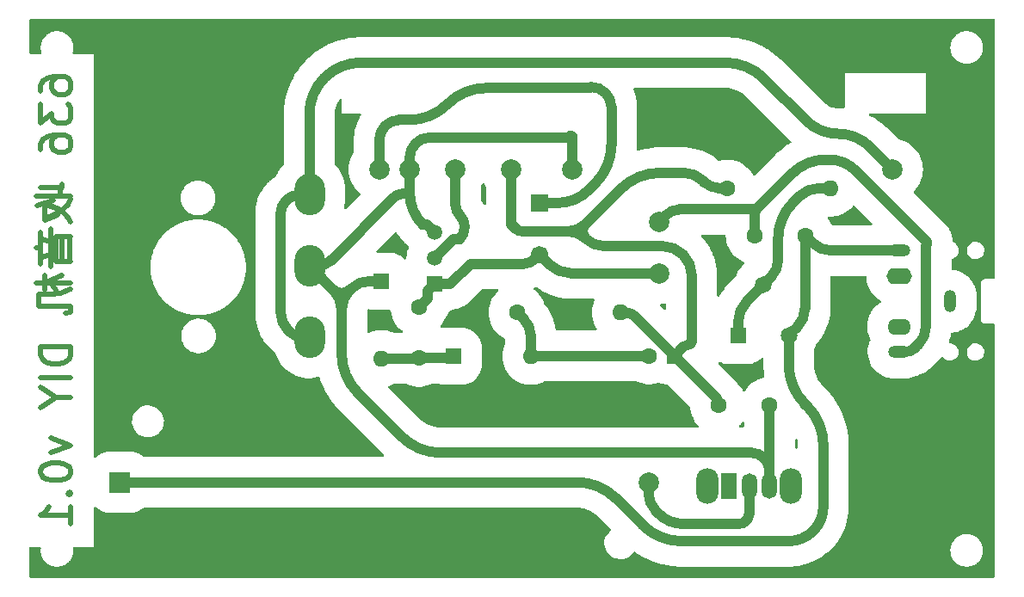
<source format=gbr>
%TF.GenerationSoftware,KiCad,Pcbnew,7.0.9*%
%TF.CreationDate,2024-04-23T16:01:33+08:00*%
%TF.ProjectId,radio-9014x1-ss-wide-transistor,72616469-6f2d-4393-9031-3478312d7373,rev?*%
%TF.SameCoordinates,Original*%
%TF.FileFunction,Copper,L2,Bot*%
%TF.FilePolarity,Positive*%
%FSLAX46Y46*%
G04 Gerber Fmt 4.6, Leading zero omitted, Abs format (unit mm)*
G04 Created by KiCad (PCBNEW 7.0.9) date 2024-04-23 16:01:33*
%MOMM*%
%LPD*%
G01*
G04 APERTURE LIST*
%ADD10C,0.500000*%
%TA.AperFunction,NonConductor*%
%ADD11C,0.500000*%
%TD*%
%TA.AperFunction,ComponentPad*%
%ADD12R,1.500000X1.500000*%
%TD*%
%TA.AperFunction,ComponentPad*%
%ADD13C,1.500000*%
%TD*%
%TA.AperFunction,ComponentPad*%
%ADD14C,1.600000*%
%TD*%
%TA.AperFunction,ComponentPad*%
%ADD15C,2.000000*%
%TD*%
%TA.AperFunction,ComponentPad*%
%ADD16O,2.200000X3.500000*%
%TD*%
%TA.AperFunction,ComponentPad*%
%ADD17R,1.500000X2.500000*%
%TD*%
%TA.AperFunction,ComponentPad*%
%ADD18O,1.500000X2.500000*%
%TD*%
%TA.AperFunction,ComponentPad*%
%ADD19R,1.600000X1.600000*%
%TD*%
%TA.AperFunction,ComponentPad*%
%ADD20R,2.000000X2.000000*%
%TD*%
%TA.AperFunction,ComponentPad*%
%ADD21O,1.600000X1.600000*%
%TD*%
%TA.AperFunction,ComponentPad*%
%ADD22O,3.000000X4.100000*%
%TD*%
%TA.AperFunction,ComponentPad*%
%ADD23R,1.650000X1.650000*%
%TD*%
%TA.AperFunction,ComponentPad*%
%ADD24C,1.650000*%
%TD*%
%TA.AperFunction,ComponentPad*%
%ADD25R,1.701800X1.701800*%
%TD*%
%TA.AperFunction,ComponentPad*%
%ADD26C,1.701800*%
%TD*%
%TA.AperFunction,ComponentPad*%
%ADD27O,2.200000X1.200000*%
%TD*%
%TA.AperFunction,ComponentPad*%
%ADD28O,2.300000X1.600000*%
%TD*%
%TA.AperFunction,ComponentPad*%
%ADD29O,1.200000X2.200000*%
%TD*%
%TA.AperFunction,ComponentPad*%
%ADD30O,2.500000X1.600000*%
%TD*%
%TA.AperFunction,Conductor*%
%ADD31C,1.000000*%
%TD*%
G04 APERTURE END LIST*
D10*
D11*
X86356857Y-94328947D02*
X86356857Y-93757518D01*
X86356857Y-93757518D02*
X86499714Y-93471804D01*
X86499714Y-93471804D02*
X86642571Y-93328947D01*
X86642571Y-93328947D02*
X87071142Y-93043232D01*
X87071142Y-93043232D02*
X87642571Y-92900375D01*
X87642571Y-92900375D02*
X88785428Y-92900375D01*
X88785428Y-92900375D02*
X89071142Y-93043232D01*
X89071142Y-93043232D02*
X89214000Y-93186089D01*
X89214000Y-93186089D02*
X89356857Y-93471804D01*
X89356857Y-93471804D02*
X89356857Y-94043232D01*
X89356857Y-94043232D02*
X89214000Y-94328947D01*
X89214000Y-94328947D02*
X89071142Y-94471804D01*
X89071142Y-94471804D02*
X88785428Y-94614661D01*
X88785428Y-94614661D02*
X88071142Y-94614661D01*
X88071142Y-94614661D02*
X87785428Y-94471804D01*
X87785428Y-94471804D02*
X87642571Y-94328947D01*
X87642571Y-94328947D02*
X87499714Y-94043232D01*
X87499714Y-94043232D02*
X87499714Y-93471804D01*
X87499714Y-93471804D02*
X87642571Y-93186089D01*
X87642571Y-93186089D02*
X87785428Y-93043232D01*
X87785428Y-93043232D02*
X88071142Y-92900375D01*
X86356857Y-95614661D02*
X86356857Y-97471804D01*
X86356857Y-97471804D02*
X87499714Y-96471804D01*
X87499714Y-96471804D02*
X87499714Y-96900375D01*
X87499714Y-96900375D02*
X87642571Y-97186090D01*
X87642571Y-97186090D02*
X87785428Y-97328947D01*
X87785428Y-97328947D02*
X88071142Y-97471804D01*
X88071142Y-97471804D02*
X88785428Y-97471804D01*
X88785428Y-97471804D02*
X89071142Y-97328947D01*
X89071142Y-97328947D02*
X89214000Y-97186090D01*
X89214000Y-97186090D02*
X89356857Y-96900375D01*
X89356857Y-96900375D02*
X89356857Y-96043232D01*
X89356857Y-96043232D02*
X89214000Y-95757518D01*
X89214000Y-95757518D02*
X89071142Y-95614661D01*
X86356857Y-100043233D02*
X86356857Y-99471804D01*
X86356857Y-99471804D02*
X86499714Y-99186090D01*
X86499714Y-99186090D02*
X86642571Y-99043233D01*
X86642571Y-99043233D02*
X87071142Y-98757518D01*
X87071142Y-98757518D02*
X87642571Y-98614661D01*
X87642571Y-98614661D02*
X88785428Y-98614661D01*
X88785428Y-98614661D02*
X89071142Y-98757518D01*
X89071142Y-98757518D02*
X89214000Y-98900375D01*
X89214000Y-98900375D02*
X89356857Y-99186090D01*
X89356857Y-99186090D02*
X89356857Y-99757518D01*
X89356857Y-99757518D02*
X89214000Y-100043233D01*
X89214000Y-100043233D02*
X89071142Y-100186090D01*
X89071142Y-100186090D02*
X88785428Y-100328947D01*
X88785428Y-100328947D02*
X88071142Y-100328947D01*
X88071142Y-100328947D02*
X87785428Y-100186090D01*
X87785428Y-100186090D02*
X87642571Y-100043233D01*
X87642571Y-100043233D02*
X87499714Y-99757518D01*
X87499714Y-99757518D02*
X87499714Y-99186090D01*
X87499714Y-99186090D02*
X87642571Y-98900375D01*
X87642571Y-98900375D02*
X87785428Y-98757518D01*
X87785428Y-98757518D02*
X88071142Y-98614661D01*
X86356857Y-103757518D02*
X88499714Y-103757518D01*
X85928285Y-104614661D02*
X89356857Y-104614661D01*
X87214000Y-105471804D02*
X88499714Y-106043232D01*
X88499714Y-106043232D02*
X89071142Y-106757518D01*
X89071142Y-106757518D02*
X89356857Y-107186090D01*
X86071142Y-105614661D02*
X87642571Y-105043232D01*
X87071142Y-106757518D02*
X88356857Y-106186090D01*
X88356857Y-106186090D02*
X89071142Y-105471804D01*
X89071142Y-105471804D02*
X89356857Y-104900375D01*
X86785428Y-105471804D02*
X88214000Y-105900375D01*
X86785428Y-105471804D02*
X86785428Y-107043232D01*
X86785428Y-107043232D02*
X88071142Y-106471804D01*
X88214000Y-104614661D02*
X88499714Y-103471804D01*
X86356857Y-108186089D02*
X86356857Y-111328946D01*
X87356857Y-107900375D02*
X87356857Y-111614661D01*
X88499714Y-108614661D02*
X88499714Y-111043232D01*
X89214000Y-108614661D02*
X89214000Y-111043232D01*
X87928285Y-108614661D02*
X89356857Y-108614661D01*
X85928285Y-109757518D02*
X86356857Y-109757518D01*
X87928285Y-108614661D02*
X87928285Y-111043232D01*
X87928285Y-111043232D02*
X89356857Y-111043232D01*
X86499714Y-108900375D02*
X87071142Y-109043232D01*
X86499714Y-110614661D02*
X87071142Y-110471803D01*
X86785428Y-112471803D02*
X86785428Y-113900374D01*
X89356857Y-115471803D02*
X89356857Y-116043232D01*
X85928285Y-113186089D02*
X89356857Y-113186089D01*
X86214000Y-114328946D02*
X86214000Y-115471803D01*
X86214000Y-115471803D02*
X89356857Y-115471803D01*
X88785428Y-116186089D02*
X89356857Y-116043232D01*
X87356857Y-113186089D02*
X87928285Y-113900374D01*
X86785428Y-113186089D02*
X88499714Y-112471803D01*
X86214000Y-114328946D02*
X87499714Y-114328946D01*
X87499714Y-114328946D02*
X88356857Y-114186089D01*
X88356857Y-114186089D02*
X89356857Y-113757517D01*
X89356857Y-119471802D02*
X86356857Y-119471802D01*
X86356857Y-119471802D02*
X86356857Y-120186088D01*
X86356857Y-120186088D02*
X86499714Y-120614659D01*
X86499714Y-120614659D02*
X86785428Y-120900374D01*
X86785428Y-120900374D02*
X87071142Y-121043231D01*
X87071142Y-121043231D02*
X87642571Y-121186088D01*
X87642571Y-121186088D02*
X88071142Y-121186088D01*
X88071142Y-121186088D02*
X88642571Y-121043231D01*
X88642571Y-121043231D02*
X88928285Y-120900374D01*
X88928285Y-120900374D02*
X89214000Y-120614659D01*
X89214000Y-120614659D02*
X89356857Y-120186088D01*
X89356857Y-120186088D02*
X89356857Y-119471802D01*
X89356857Y-122471802D02*
X86356857Y-122471802D01*
X87928285Y-124471802D02*
X89356857Y-124471802D01*
X86356857Y-123471802D02*
X87928285Y-124471802D01*
X87928285Y-124471802D02*
X86356857Y-125471802D01*
X87356857Y-128471802D02*
X89356857Y-129186088D01*
X89356857Y-129186088D02*
X87356857Y-129900373D01*
X86356857Y-131614659D02*
X86356857Y-131900373D01*
X86356857Y-131900373D02*
X86499714Y-132186087D01*
X86499714Y-132186087D02*
X86642571Y-132328945D01*
X86642571Y-132328945D02*
X86928285Y-132471802D01*
X86928285Y-132471802D02*
X87499714Y-132614659D01*
X87499714Y-132614659D02*
X88214000Y-132614659D01*
X88214000Y-132614659D02*
X88785428Y-132471802D01*
X88785428Y-132471802D02*
X89071142Y-132328945D01*
X89071142Y-132328945D02*
X89214000Y-132186087D01*
X89214000Y-132186087D02*
X89356857Y-131900373D01*
X89356857Y-131900373D02*
X89356857Y-131614659D01*
X89356857Y-131614659D02*
X89214000Y-131328945D01*
X89214000Y-131328945D02*
X89071142Y-131186087D01*
X89071142Y-131186087D02*
X88785428Y-131043230D01*
X88785428Y-131043230D02*
X88214000Y-130900373D01*
X88214000Y-130900373D02*
X87499714Y-130900373D01*
X87499714Y-130900373D02*
X86928285Y-131043230D01*
X86928285Y-131043230D02*
X86642571Y-131186087D01*
X86642571Y-131186087D02*
X86499714Y-131328945D01*
X86499714Y-131328945D02*
X86356857Y-131614659D01*
X89071142Y-133900373D02*
X89214000Y-134043230D01*
X89214000Y-134043230D02*
X89356857Y-133900373D01*
X89356857Y-133900373D02*
X89214000Y-133757516D01*
X89214000Y-133757516D02*
X89071142Y-133900373D01*
X89071142Y-133900373D02*
X89356857Y-133900373D01*
X89356857Y-136900373D02*
X89356857Y-135186087D01*
X89356857Y-136043230D02*
X86356857Y-136043230D01*
X86356857Y-136043230D02*
X86785428Y-135757516D01*
X86785428Y-135757516D02*
X87071142Y-135471801D01*
X87071142Y-135471801D02*
X87214000Y-135186087D01*
D12*
%TO.P,Q1,1,C*%
%TO.N,Net-(Q1-C)*%
X125140000Y-113290000D03*
D13*
%TO.P,Q1,2,B*%
%TO.N,Net-(Q1-B)*%
X125140000Y-110750000D03*
%TO.P,Q1,3,E*%
%TO.N,GND*%
X125140000Y-108210000D03*
%TD*%
D14*
%TO.P,C3,1*%
%TO.N,GND*%
X158100000Y-125250000D03*
%TO.P,C3,2*%
%TO.N,Net-(C3-Pad2)*%
X153100000Y-125250000D03*
%TD*%
D15*
%TO.P,L2,1,1*%
%TO.N,Net-(Q1-C)*%
X147250000Y-112230000D03*
%TO.P,L2,2,2*%
%TO.N,Net-(C5-Pad2)*%
X147250000Y-107150000D03*
%TD*%
D16*
%TO.P,Switch1,*%
%TO.N,*%
X152000000Y-133200000D03*
X160200000Y-133200000D03*
D17*
%TO.P,Switch1,1,A*%
%TO.N,unconnected-(Switch1-A-Pad1)*%
X154100000Y-133200000D03*
D18*
%TO.P,Switch1,2,B*%
%TO.N,Net-(Battery1--)*%
X156100000Y-133200000D03*
%TO.P,Switch1,3,C*%
%TO.N,GND*%
X158100000Y-133200000D03*
%TD*%
D19*
%TO.P,C6,1*%
%TO.N,Net-(C3-Pad2)*%
X148750000Y-120350000D03*
D14*
%TO.P,C6,2*%
%TO.N,Net-(D2-A)*%
X146250000Y-120350000D03*
%TD*%
D20*
%TO.P,Battery1,1,+*%
%TO.N,Net-(Battery1-+)*%
X94200000Y-132800000D03*
D15*
%TO.P,Battery1,2,-*%
%TO.N,Net-(Battery1--)*%
X146190000Y-132800000D03*
%TD*%
D14*
%TO.P,C5,1*%
%TO.N,Net-(Battery1-+)*%
X161600000Y-108500000D03*
%TO.P,C5,2*%
%TO.N,Net-(C5-Pad2)*%
X156600000Y-108500000D03*
%TD*%
D15*
%TO.P,L1,1,1*%
%TO.N,Net-(C1-Pad1)*%
X170200000Y-102000000D03*
%TO.P,L1,2,2*%
%TO.N,GND*%
X138700000Y-102000000D03*
%TO.P,L1,3,3*%
%TO.N,Net-(C3-Pad2)*%
X132700000Y-102000000D03*
%TO.P,L1,4,4*%
%TO.N,Net-(Q1-B)*%
X127200000Y-102000000D03*
%TO.P,L1,5,5*%
%TO.N,GND*%
X122700000Y-102000000D03*
%TO.P,L1,6,6*%
%TO.N,Net-(C2-Pad1)*%
X119700000Y-102000000D03*
%TD*%
D19*
%TO.P,D2,1,K*%
%TO.N,Net-(D1-A)*%
X126990000Y-120400000D03*
D21*
%TO.P,D2,2,A*%
%TO.N,Net-(D2-A)*%
X134610000Y-120400000D03*
%TD*%
D22*
%TO.P,C1,1,1*%
%TO.N,Net-(C1-Pad1)*%
X112828600Y-104506000D03*
%TO.P,C1,2,2*%
%TO.N,GND*%
X112828600Y-111506000D03*
%TO.P,C1,3,3*%
%TO.N,Net-(C1-Pad1)*%
X112828600Y-118506000D03*
%TD*%
D23*
%TO.P,RV1,1,1*%
%TO.N,Net-(R2-Pad2)*%
X155000000Y-118362500D03*
D24*
%TO.P,RV1,2,2*%
X157500000Y-113362500D03*
%TO.P,RV1,3,3*%
%TO.N,Net-(Battery1-+)*%
X160000000Y-118362500D03*
%TD*%
D14*
%TO.P,R1,1*%
%TO.N,Net-(D2-A)*%
X133270000Y-116100000D03*
D21*
%TO.P,R1,2*%
%TO.N,Net-(C3-Pad2)*%
X143430000Y-116100000D03*
%TD*%
D25*
%TO.P,C2,1*%
%TO.N,Net-(C2-Pad1)*%
X135450000Y-105310000D03*
D26*
%TO.P,C2,2*%
%TO.N,Net-(Q1-C)*%
X135450000Y-110390000D03*
%TD*%
D19*
%TO.P,D1,1,K*%
%TO.N,GND*%
X119900000Y-112990000D03*
D21*
%TO.P,D1,2,A*%
%TO.N,Net-(D1-A)*%
X119900000Y-120610000D03*
%TD*%
D14*
%TO.P,R2,1*%
%TO.N,Net-(C3-Pad2)*%
X153970000Y-103850000D03*
D21*
%TO.P,R2,2*%
%TO.N,Net-(R2-Pad2)*%
X164130000Y-103850000D03*
%TD*%
D27*
%TO.P,J1,R*%
%TO.N,Net-(C5-Pad2)*%
X170869600Y-119982000D03*
D28*
%TO.P,J1,RN*%
%TO.N,N/C*%
X170869600Y-117482000D03*
D29*
%TO.P,J1,S*%
X175869600Y-114982000D03*
D27*
%TO.P,J1,T*%
%TO.N,Net-(Battery1-+)*%
X170869600Y-109982000D03*
D30*
%TO.P,J1,TN*%
%TO.N,N/C*%
X170869600Y-112482000D03*
%TD*%
D14*
%TO.P,C4,1*%
%TO.N,Net-(D1-A)*%
X123600000Y-120600000D03*
%TO.P,C4,2*%
%TO.N,Net-(Q1-C)*%
X123600000Y-115600000D03*
%TD*%
D31*
%TO.N,Net-(Q1-C)*%
X136370007Y-111309993D02*
G75*
G03*
X138591076Y-112230000I2221093J2221093D01*
G01*
X135905000Y-110845000D02*
G75*
G03*
X134995000Y-110845000I-455000J-454997D01*
G01*
X133896532Y-111300013D02*
G75*
G03*
X134995000Y-110845000I-32J1553513D01*
G01*
X147250000Y-112230000D02*
X138591076Y-112230000D01*
X136370000Y-111310000D02*
X135905000Y-110845000D01*
X133896532Y-111300000D02*
X128700000Y-111300000D01*
X128700000Y-111300000D02*
X126710000Y-113290000D01*
X126710000Y-113290000D02*
X125140000Y-113290000D01*
X124450000Y-114750000D02*
X124450000Y-113980000D01*
X124450000Y-113980000D02*
X125140000Y-113290000D01*
%TO.N,Net-(Q1-B)*%
X127605025Y-108894974D02*
X126995026Y-108894974D01*
X126995026Y-108894974D02*
X125140000Y-110750000D01*
%TO.N,GND*%
X124000000Y-107460000D02*
X124390000Y-107460000D01*
X124390000Y-107460000D02*
X125140000Y-108210000D01*
%TO.N,Net-(Battery1-+)*%
X142993792Y-134393792D02*
X145606207Y-137006207D01*
X161600000Y-109023966D02*
X161600000Y-115631129D01*
X164129932Y-109982000D02*
X170869600Y-109982000D01*
X160400000Y-117962500D02*
X160800000Y-117562500D01*
X160000000Y-121246036D02*
X160000000Y-118928185D01*
X159985786Y-138600000D02*
X149453963Y-138600000D01*
X163400000Y-135185786D02*
X163400000Y-129153963D01*
X161593792Y-125093792D02*
X161806207Y-125306207D01*
X161970500Y-108870500D02*
X162341000Y-109241000D01*
X139146036Y-132800000D02*
X94200000Y-132800000D01*
X160400004Y-117962504D02*
G75*
G03*
X160000000Y-118928185I965696J-965696D01*
G01*
X162340991Y-109241009D02*
G75*
G03*
X164129932Y-109982000I1788909J1788909D01*
G01*
X145606215Y-137006199D02*
G75*
G03*
X149453963Y-138600000I3847785J3847799D01*
G01*
X161970442Y-108870558D02*
G75*
G03*
X161600000Y-109023966I-153442J-153442D01*
G01*
X142993784Y-134393800D02*
G75*
G03*
X139146036Y-132800000I-3847784J-3847800D01*
G01*
X162400004Y-137600004D02*
G75*
G03*
X163400000Y-135185786I-2414204J2414204D01*
G01*
X159999990Y-121246036D02*
G75*
G03*
X161593793Y-125093791I5441610J36D01*
G01*
X160799991Y-117562491D02*
G75*
G03*
X161600000Y-115631129I-1931391J1931391D01*
G01*
X159985786Y-138599994D02*
G75*
G03*
X162400000Y-137600000I14J3414194D01*
G01*
X163400010Y-129153963D02*
G75*
G03*
X161806206Y-125306208I-5441610J-37D01*
G01*
%TO.N,Net-(Battery1--)*%
X146190000Y-133845000D02*
X146190000Y-132800000D01*
X156100000Y-135875735D02*
X156100000Y-133200000D01*
X146928926Y-135628926D02*
X147195000Y-135895000D01*
X149621284Y-136900000D02*
X155075735Y-136900000D01*
X146189985Y-133845000D02*
G75*
G03*
X146928926Y-135628926I2522815J0D01*
G01*
X155075735Y-136900014D02*
G75*
G03*
X155799999Y-136599999I-35J1024314D01*
G01*
X147195005Y-135894995D02*
G75*
G03*
X149621284Y-136900000I2426295J2426295D01*
G01*
X155799989Y-136599989D02*
G75*
G03*
X156100000Y-135875735I-724289J724289D01*
G01*
%TO.N,Net-(C2-Pad1)*%
X119700000Y-99143500D02*
X119700000Y-102000000D01*
X122633706Y-97143502D02*
X121699998Y-97143502D01*
X140956207Y-103393792D02*
X140309256Y-104040742D01*
X130222791Y-94000000D02*
X140379290Y-94000000D01*
X142550000Y-99546036D02*
X142550000Y-95899998D01*
X140550001Y-93900000D02*
X140500001Y-93950000D01*
X137245000Y-105310000D02*
X135450000Y-105310000D01*
X121699998Y-97143500D02*
G75*
G03*
X119700000Y-99143500I2J-2000000D01*
G01*
X142550000Y-95899998D02*
G75*
G03*
X140550001Y-93900000I-2000000J-2D01*
G01*
X140379290Y-93999996D02*
G75*
G03*
X140500001Y-93950000I10J170696D01*
G01*
X130222791Y-93999996D02*
G75*
G03*
X126428249Y-95571751I9J-5366304D01*
G01*
X140956200Y-103393785D02*
G75*
G03*
X142550000Y-99546036I-3847800J3847785D01*
G01*
X137245000Y-105310002D02*
G75*
G03*
X140309256Y-104040742I0J4333502D01*
G01*
X122633706Y-97143504D02*
G75*
G03*
X126428249Y-95571751I-6J5366304D01*
G01*
%TO.N,Net-(Q1-C)*%
X124450000Y-114750000D02*
X123600000Y-115600000D01*
%TO.N,GND*%
X156307537Y-129900000D02*
X125753963Y-129900000D01*
X116000000Y-115870571D02*
X116000000Y-120146036D01*
X116905127Y-113772272D02*
X116843699Y-113833699D01*
X158100000Y-133200000D02*
X158100000Y-131692462D01*
X122700000Y-103000000D02*
X122700000Y-101000000D01*
X115156300Y-113833700D02*
X113105326Y-111782726D01*
X118793700Y-112990000D02*
X119900000Y-112990000D01*
X122700000Y-103000000D02*
X122700000Y-100860658D01*
X113219950Y-111506000D02*
X113611300Y-111506000D01*
X114947452Y-110952547D02*
X121111091Y-104788908D01*
X158100000Y-133200000D02*
X158100000Y-125250000D01*
X122700000Y-103000000D02*
X122700000Y-104229289D01*
X124699998Y-98860660D02*
X138117156Y-98860660D01*
X122700000Y-103000000D02*
X122700000Y-104321522D01*
X121906207Y-128306207D02*
X117593792Y-123993792D01*
X138700000Y-98760659D02*
X138700000Y-102000000D01*
X122050000Y-104400000D02*
X122529289Y-104400000D01*
X122050000Y-104399995D02*
G75*
G03*
X121111092Y-104788909I0J-1327805D01*
G01*
X118793700Y-112989987D02*
G75*
G03*
X116905128Y-113772273I0J-2670813D01*
G01*
X116000011Y-115870571D02*
G75*
G03*
X115156300Y-113833700I-2880611J-29D01*
G01*
X115999990Y-120146036D02*
G75*
G03*
X117593793Y-123993791I5441610J36D01*
G01*
X157574989Y-130425011D02*
G75*
G03*
X156307537Y-129900000I-1267489J-1267489D01*
G01*
X122529289Y-104399995D02*
G75*
G03*
X122650000Y-104350000I11J170695D01*
G01*
X122700000Y-103000000D02*
X122700000Y-103000000D01*
X122650003Y-104350003D02*
G75*
G03*
X122700000Y-104229289I-120703J120703D01*
G01*
X124699998Y-98860700D02*
G75*
G03*
X122700000Y-100860658I2J-2000000D01*
G01*
X116843708Y-113833708D02*
G75*
G03*
X116000000Y-115870571I2036892J-2036892D01*
G01*
X138700028Y-98760659D02*
G75*
G03*
X138529290Y-98689950I-100028J-41D01*
G01*
X113219950Y-111506032D02*
G75*
G03*
X113105327Y-111782725I-50J-162068D01*
G01*
X121906215Y-128306199D02*
G75*
G03*
X125753963Y-129900000I3847785J3847799D01*
G01*
X122699991Y-104321522D02*
G75*
G03*
X124000000Y-107460000I4438509J22D01*
G01*
X113611300Y-111506000D02*
G75*
G03*
X114947451Y-110952546I0J1889600D01*
G01*
X158100015Y-131692462D02*
G75*
G03*
X157575000Y-130425000I-1792515J-38D01*
G01*
X115156301Y-113833699D02*
G75*
G03*
X116843699Y-113833699I843699J843699D01*
G01*
X138117156Y-98860624D02*
G75*
G03*
X138529289Y-98689949I44J582824D01*
G01*
%TO.N,Net-(C3-Pad2)*%
X144878302Y-116478302D02*
X148750000Y-120350000D01*
X151520000Y-103100000D02*
X151668959Y-103248959D01*
X141775304Y-109550000D02*
X147547918Y-109550000D01*
X147303963Y-102350000D02*
X149709339Y-102350000D01*
X153120000Y-103850000D02*
X153970000Y-103850000D01*
X150450000Y-118950000D02*
X150450000Y-112452081D01*
X143965000Y-116100000D02*
X143430000Y-116100000D01*
X132903033Y-107603033D02*
X133125000Y-107825000D01*
X132700000Y-107475000D02*
X132700000Y-102000000D01*
X140025000Y-107375000D02*
X143456207Y-103943792D01*
X138274695Y-108100000D02*
X133788908Y-108100000D01*
X152905545Y-124505545D02*
X148750000Y-120350000D01*
X149637867Y-119462132D02*
X148750000Y-120350000D01*
X153100000Y-124975000D02*
X153100000Y-125250000D01*
X150150000Y-119250010D02*
G75*
G03*
X149637867Y-119462132I0J-724290D01*
G01*
X133124997Y-107825003D02*
G75*
G03*
X133788908Y-108100000I663903J663903D01*
G01*
X147303963Y-102349960D02*
G75*
G03*
X143456208Y-103943793I37J-5441540D01*
G01*
X153100002Y-124975000D02*
G75*
G03*
X152905545Y-124505545I-663902J0D01*
G01*
X132700000Y-107475000D02*
G75*
G03*
X132775000Y-107550000I75000J0D01*
G01*
X151668955Y-103248963D02*
G75*
G03*
X153120000Y-103850000I1451045J1451063D01*
G01*
X140025001Y-108824999D02*
G75*
G03*
X138274695Y-108100000I-1750301J-1750301D01*
G01*
X150150000Y-119250000D02*
G75*
G03*
X150450000Y-118950000I0J300000D01*
G01*
X144878301Y-116478303D02*
G75*
G03*
X143965000Y-116100000I-913301J-913297D01*
G01*
X149599995Y-110400005D02*
G75*
G03*
X147547918Y-109550000I-2052095J-2052095D01*
G01*
X132903040Y-107603026D02*
G75*
G03*
X132775000Y-107550000I-128040J-128074D01*
G01*
X150450007Y-112452081D02*
G75*
G03*
X149600000Y-110400000I-2902107J-19D01*
G01*
X140024999Y-108825001D02*
G75*
G03*
X141775304Y-109550000I1750301J1750301D01*
G01*
X151519988Y-103100012D02*
G75*
G03*
X149709339Y-102350000I-1810688J-1810688D01*
G01*
X140025001Y-107375001D02*
G75*
G03*
X140025001Y-108824999I724999J-724999D01*
G01*
X138274695Y-108099997D02*
G75*
G03*
X140024999Y-107374999I5J2475297D01*
G01*
%TO.N,Net-(D1-A)*%
X126890000Y-120500000D02*
X126990000Y-120400000D01*
X123607071Y-120600000D02*
X126648578Y-120600000D01*
X123582928Y-120610000D02*
X119900000Y-120610000D01*
X123582928Y-120610011D02*
G75*
G03*
X123594999Y-120604999I-28J17111D01*
G01*
X126648578Y-120599991D02*
G75*
G03*
X126890000Y-120500000I22J341391D01*
G01*
X123607071Y-120599989D02*
G75*
G03*
X123595001Y-120605001I29J-17111D01*
G01*
%TO.N,Net-(C5-Pad2)*%
X172424020Y-119575979D02*
X172759000Y-119241000D01*
X173597500Y-109147500D02*
X167717677Y-103267677D01*
X156899999Y-105849999D02*
X156700000Y-106050000D01*
X163979720Y-101050000D02*
X163600000Y-101050000D01*
X149298528Y-105950000D02*
X156658578Y-105950000D01*
X171443800Y-119982000D02*
X170869600Y-119982000D01*
X156899999Y-105849999D02*
X160356497Y-102393502D01*
X147850000Y-106550000D02*
X147250000Y-107150000D01*
X173500000Y-117452067D02*
X173500000Y-109577885D01*
X156600000Y-106291421D02*
X156600000Y-108500000D01*
X167632322Y-103182322D02*
X166575000Y-102125000D01*
X156700036Y-106050036D02*
G75*
G03*
X156658578Y-105950000I-41436J41436D01*
G01*
X173597504Y-109342504D02*
G75*
G03*
X173500000Y-109577885I235396J-235396D01*
G01*
X167717686Y-103267668D02*
G75*
G03*
X167675000Y-103250000I-42686J-42732D01*
G01*
X163600000Y-101049998D02*
G75*
G03*
X160356497Y-102393502I0J-4587002D01*
G01*
X167649986Y-103225000D02*
G75*
G03*
X167632321Y-103182323I-60386J0D01*
G01*
X167650000Y-103225000D02*
G75*
G03*
X167675000Y-103250000I25000J0D01*
G01*
X156699994Y-106049994D02*
G75*
G03*
X156600000Y-106291421I241406J-241406D01*
G01*
X166574994Y-102125006D02*
G75*
G03*
X163979720Y-101050000I-2595294J-2595294D01*
G01*
X172759009Y-119241009D02*
G75*
G03*
X173500000Y-117452067I-1788909J1788909D01*
G01*
X171443800Y-119982011D02*
G75*
G03*
X172424020Y-119575979I0J1386211D01*
G01*
X156658578Y-105949989D02*
G75*
G03*
X156899998Y-105849998I22J341389D01*
G01*
X149298528Y-105950012D02*
G75*
G03*
X147850000Y-106550000I-28J-2048488D01*
G01*
X173597499Y-109342499D02*
G75*
G03*
X173597499Y-109147501I-97499J97499D01*
G01*
%TO.N,Net-(D2-A)*%
X133940000Y-116770000D02*
X133270000Y-116100000D01*
X134610000Y-118387523D02*
X134610000Y-120364644D01*
X134695355Y-120350000D02*
X146250000Y-120350000D01*
X134609990Y-118387523D02*
G75*
G03*
X133940000Y-116770000I-2287490J23D01*
G01*
X134609893Y-120364644D02*
G75*
G03*
X134634999Y-120374999I14707J44D01*
G01*
X134695355Y-120349982D02*
G75*
G03*
X134635000Y-120375000I45J-85418D01*
G01*
%TO.N,Net-(C1-Pad1)*%
X111867574Y-104506000D02*
X111961300Y-104506000D01*
X112117300Y-118506000D02*
X112828600Y-118506000D01*
X110703000Y-117803000D02*
X110903034Y-118003034D01*
X112828600Y-103638700D02*
X112828600Y-96572497D01*
X168008147Y-99808147D02*
X170200000Y-102000000D01*
X117901097Y-91500000D02*
X153746036Y-91500000D01*
X110000000Y-116105807D02*
X110000000Y-106373574D01*
X161691852Y-97191852D02*
X157593792Y-93093792D01*
X157593784Y-93093800D02*
G75*
G03*
X153746036Y-91500000I-3847784J-3847800D01*
G01*
X109999997Y-116105807D02*
G75*
G03*
X110703000Y-117803000I2400203J7D01*
G01*
X110903040Y-118003028D02*
G75*
G03*
X112117300Y-118506000I1214260J1214228D01*
G01*
X161691851Y-97191853D02*
G75*
G03*
X164850000Y-98500000I3158149J3158153D01*
G01*
X111867574Y-104505990D02*
G75*
G03*
X110547000Y-105053000I26J-1867610D01*
G01*
X168008148Y-99808146D02*
G75*
G03*
X164850000Y-98500000I-3158148J-3158154D01*
G01*
X114314301Y-92985701D02*
G75*
G03*
X112828600Y-96572497I3586799J-3586799D01*
G01*
X110547007Y-105053007D02*
G75*
G03*
X110000000Y-106373574I1320593J-1320593D01*
G01*
X117901097Y-91499999D02*
G75*
G03*
X114314300Y-92985700I3J-5072501D01*
G01*
X111961300Y-104506000D02*
G75*
G03*
X112828600Y-103638700I0J867300D01*
G01*
%TO.N,Net-(Q1-B)*%
X127200000Y-105463603D02*
X127200000Y-102000000D01*
X128100000Y-107700000D02*
X128100000Y-107636396D01*
X128100001Y-107636396D02*
G75*
G03*
X127650000Y-106550000I-1536401J-4D01*
G01*
X127605036Y-108894985D02*
G75*
G03*
X128100000Y-107700000I-1195036J1194985D01*
G01*
X127199999Y-105463603D02*
G75*
G03*
X127650000Y-106550000I1536401J3D01*
G01*
%TO.N,Net-(R2-Pad2)*%
X155883883Y-114978616D02*
X157137499Y-113724999D01*
X157862500Y-113000000D02*
X157137499Y-113724999D01*
X155000000Y-117112500D02*
X155000000Y-118362500D01*
X158225000Y-112637500D02*
X157862500Y-113000000D01*
X158950000Y-108800609D02*
X158950000Y-110887195D01*
X162990000Y-103850000D02*
X164130000Y-103850000D01*
X160399999Y-105299999D02*
X161043898Y-104656101D01*
X160399997Y-105299997D02*
G75*
G03*
X158950000Y-108800609I3500603J-3500603D01*
G01*
X162990000Y-103849999D02*
G75*
G03*
X161043899Y-104656102I0J-2752201D01*
G01*
X155883877Y-114978610D02*
G75*
G03*
X155000000Y-117112500I2133923J-2133890D01*
G01*
X158225001Y-112637501D02*
G75*
G03*
X158950000Y-110887195I-1750301J1750301D01*
G01*
%TD*%
%TA.AperFunction,NonConductor*%
G36*
X153747532Y-94000575D02*
G01*
X154031251Y-94014515D01*
X154037310Y-94015112D01*
X154316777Y-94056568D01*
X154322748Y-94057756D01*
X154521976Y-94107660D01*
X154596822Y-94126408D01*
X154602622Y-94128168D01*
X154868659Y-94223358D01*
X154874262Y-94225679D01*
X155129677Y-94346482D01*
X155135043Y-94349350D01*
X155174493Y-94372996D01*
X155377369Y-94494595D01*
X155382431Y-94497977D01*
X155609368Y-94666285D01*
X155614074Y-94670147D01*
X155824721Y-94861067D01*
X155826925Y-94863166D01*
X159887413Y-98923654D01*
X159887415Y-98923658D01*
X160099669Y-99135913D01*
X160203368Y-99225768D01*
X160241142Y-99284546D01*
X160241142Y-99354416D01*
X160203368Y-99413194D01*
X160181592Y-99428313D01*
X160023453Y-99514663D01*
X159981151Y-99537763D01*
X159901190Y-99589151D01*
X159555260Y-99811466D01*
X159555261Y-99811465D01*
X159149966Y-100114866D01*
X159149967Y-100114866D01*
X158767361Y-100446395D01*
X158643944Y-100569814D01*
X156644526Y-102569230D01*
X156583203Y-102602715D01*
X156513511Y-102597731D01*
X156457578Y-102555859D01*
X156449463Y-102543556D01*
X156313749Y-102308492D01*
X156313748Y-102308490D01*
X156118954Y-102046837D01*
X156118947Y-102046829D01*
X156118943Y-102046823D01*
X155895077Y-101809538D01*
X155895069Y-101809531D01*
X155895068Y-101809530D01*
X155645184Y-101599852D01*
X155645179Y-101599848D01*
X155645177Y-101599847D01*
X155372623Y-101420586D01*
X155367684Y-101418105D01*
X155081108Y-101274181D01*
X155081102Y-101274178D01*
X154774566Y-101162608D01*
X154774545Y-101162601D01*
X154457141Y-101087374D01*
X154457126Y-101087372D01*
X154133111Y-101049500D01*
X153806889Y-101049500D01*
X153523375Y-101082638D01*
X153482873Y-101087372D01*
X153482871Y-101087372D01*
X153186371Y-101157644D01*
X153116599Y-101153950D01*
X153077243Y-101131276D01*
X152845082Y-100932991D01*
X152523340Y-100699231D01*
X152523339Y-100699231D01*
X152523338Y-100699230D01*
X152184241Y-100491429D01*
X152095852Y-100446392D01*
X151829888Y-100310874D01*
X151829887Y-100310874D01*
X151462466Y-100158679D01*
X151462466Y-100158680D01*
X151462459Y-100158677D01*
X151084223Y-100035777D01*
X150697510Y-99942931D01*
X150304704Y-99880712D01*
X150304702Y-99880711D01*
X150304697Y-99880711D01*
X149908231Y-99849503D01*
X149788004Y-99849501D01*
X149787968Y-99849500D01*
X149787922Y-99849500D01*
X149709377Y-99849500D01*
X149558125Y-99849498D01*
X149558124Y-99849498D01*
X149556236Y-99849498D01*
X149556173Y-99849500D01*
X147457135Y-99849500D01*
X147457103Y-99849499D01*
X147355347Y-99849499D01*
X147355214Y-99849460D01*
X147303946Y-99849460D01*
X147043949Y-99849461D01*
X146934755Y-99856618D01*
X146525073Y-99883473D01*
X146009523Y-99951351D01*
X145883726Y-99976374D01*
X145499523Y-100052801D01*
X145442614Y-100068050D01*
X145193153Y-100134894D01*
X145123303Y-100133231D01*
X145065440Y-100094069D01*
X145037936Y-100029841D01*
X145037325Y-100007017D01*
X145050499Y-99806047D01*
X145050500Y-99546053D01*
X145050501Y-99394800D01*
X145050500Y-99394791D01*
X145050500Y-95821415D01*
X145050500Y-95703500D01*
X145016248Y-95312003D01*
X144948006Y-94924982D01*
X144846292Y-94545381D01*
X144711880Y-94176090D01*
X144711878Y-94176086D01*
X144711876Y-94176080D01*
X144712252Y-94176885D01*
X144701772Y-94107806D01*
X144730303Y-94044027D01*
X144788786Y-94005798D01*
X144824643Y-94000500D01*
X153744489Y-94000500D01*
X153747532Y-94000575D01*
G37*
%TD.AperFunction*%
%TA.AperFunction,NonConductor*%
G36*
X130026652Y-103388389D02*
G01*
X130057386Y-103423859D01*
X130149500Y-103583405D01*
X130182887Y-103641233D01*
X130199500Y-103703233D01*
X130199500Y-105397722D01*
X130179815Y-105464761D01*
X130127011Y-105510516D01*
X130057853Y-105520460D01*
X129994297Y-105491435D01*
X129970925Y-105464356D01*
X129971533Y-105465310D01*
X129873942Y-105325936D01*
X129769339Y-105176548D01*
X129769338Y-105176546D01*
X129729510Y-105129080D01*
X129701497Y-105065071D01*
X129700500Y-105049375D01*
X129700500Y-103703233D01*
X129717113Y-103641233D01*
X129750500Y-103583405D01*
X129842613Y-103423859D01*
X129893180Y-103375644D01*
X129961787Y-103362421D01*
X130026652Y-103388389D01*
G37*
%TD.AperFunction*%
%TA.AperFunction,NonConductor*%
G36*
X115960917Y-95114040D02*
G01*
X115995955Y-95174489D01*
X115999500Y-95203928D01*
X115999500Y-96475467D01*
X115999416Y-96475889D01*
X115999459Y-96500001D01*
X115999500Y-96500099D01*
X115999616Y-96500382D01*
X115999618Y-96500384D01*
X115999808Y-96500462D01*
X116000000Y-96500541D01*
X116000002Y-96500539D01*
X116024616Y-96500524D01*
X116024616Y-96500528D01*
X116024760Y-96500500D01*
X117818350Y-96500500D01*
X117885389Y-96520185D01*
X117931144Y-96572989D01*
X117941088Y-96642147D01*
X117919925Y-96695624D01*
X117900702Y-96723076D01*
X117704203Y-97063424D01*
X117704202Y-97063425D01*
X117538122Y-97419582D01*
X117538118Y-97419593D01*
X117403707Y-97788885D01*
X117403705Y-97788893D01*
X117403704Y-97788893D01*
X117383557Y-97864085D01*
X117301993Y-98168486D01*
X117233751Y-98555508D01*
X117199500Y-98947004D01*
X117199500Y-100296767D01*
X117182887Y-100358767D01*
X117014113Y-100651091D01*
X117014107Y-100651104D01*
X116875674Y-100972027D01*
X116775430Y-101306865D01*
X116775428Y-101306872D01*
X116714739Y-101651061D01*
X116714738Y-101651072D01*
X116694415Y-101999996D01*
X116694415Y-102000003D01*
X116714738Y-102348927D01*
X116714739Y-102348938D01*
X116775428Y-102693127D01*
X116775430Y-102693134D01*
X116875674Y-103027972D01*
X117014107Y-103348895D01*
X117014113Y-103348908D01*
X117188870Y-103651597D01*
X117397584Y-103931949D01*
X117397589Y-103931955D01*
X117445632Y-103982877D01*
X117637442Y-104186183D01*
X117778389Y-104304452D01*
X117827473Y-104345638D01*
X117866175Y-104403809D01*
X117867283Y-104473670D01*
X117835448Y-104528308D01*
X116460248Y-105903508D01*
X116398925Y-105936993D01*
X116329233Y-105932009D01*
X116273300Y-105890137D01*
X116248883Y-105824673D01*
X116251369Y-105789615D01*
X116252938Y-105782362D01*
X116289438Y-105613592D01*
X116329100Y-105242569D01*
X116329100Y-103862787D01*
X116314209Y-103583392D01*
X116254856Y-103215005D01*
X116156683Y-102855014D01*
X116020801Y-102507498D01*
X115848750Y-102176394D01*
X115642480Y-101865453D01*
X115404327Y-101578200D01*
X115366593Y-101541457D01*
X115332295Y-101480585D01*
X115329100Y-101452617D01*
X115329100Y-96574237D01*
X115329198Y-96570760D01*
X115338722Y-96401160D01*
X115345077Y-96287993D01*
X115345853Y-96281104D01*
X115393003Y-96003603D01*
X115394547Y-95996835D01*
X115472471Y-95726355D01*
X115474760Y-95719812D01*
X115582481Y-95459751D01*
X115585488Y-95453509D01*
X115721647Y-95207150D01*
X115725338Y-95201277D01*
X115774371Y-95132172D01*
X115829219Y-95088889D01*
X115898761Y-95082129D01*
X115960917Y-95114040D01*
G37*
%TD.AperFunction*%
%TA.AperFunction,NonConductor*%
G36*
X166503074Y-105589315D02*
G01*
X168183578Y-107269819D01*
X168217063Y-107331142D01*
X168212079Y-107400834D01*
X168170207Y-107456767D01*
X168104743Y-107481184D01*
X168095897Y-107481500D01*
X164292154Y-107481500D01*
X164225115Y-107461815D01*
X164179360Y-107409011D01*
X164178295Y-107406614D01*
X164161705Y-107368154D01*
X164106859Y-107241008D01*
X163943749Y-106958492D01*
X163942183Y-106956389D01*
X163861811Y-106848431D01*
X163837567Y-106782903D01*
X163852599Y-106714669D01*
X163902134Y-106665394D01*
X163963281Y-106651754D01*
X163963281Y-106650500D01*
X164293104Y-106650500D01*
X164293111Y-106650500D01*
X164617126Y-106612628D01*
X164617135Y-106612625D01*
X164617141Y-106612625D01*
X164873176Y-106551942D01*
X164934554Y-106537396D01*
X165241101Y-106425822D01*
X165532623Y-106279414D01*
X165805177Y-106100153D01*
X166055077Y-105890462D01*
X166278943Y-105653177D01*
X166316162Y-105603182D01*
X166371984Y-105561163D01*
X166441662Y-105555993D01*
X166503074Y-105589315D01*
G37*
%TD.AperFunction*%
%TA.AperFunction,NonConductor*%
G36*
X121347574Y-108191177D02*
G01*
X121403508Y-108233049D01*
X121408555Y-108240318D01*
X121435027Y-108281507D01*
X121732063Y-108678300D01*
X122056637Y-109052878D01*
X122056640Y-109052881D01*
X122204093Y-109200333D01*
X122284906Y-109286390D01*
X122313006Y-109309636D01*
X122317330Y-109313571D01*
X122338827Y-109335069D01*
X122431722Y-109407848D01*
X122480559Y-109448249D01*
X122527337Y-109486947D01*
X122552895Y-109503167D01*
X122557908Y-109506708D01*
X122574160Y-109519440D01*
X122614793Y-109576280D01*
X122618246Y-109646064D01*
X122610764Y-109667942D01*
X122563538Y-109772873D01*
X122563530Y-109772895D01*
X122464546Y-110090550D01*
X122464544Y-110090556D01*
X122464544Y-110090559D01*
X122425580Y-110303177D01*
X122404563Y-110417863D01*
X122384262Y-110753478D01*
X122360565Y-110819207D01*
X122305095Y-110861690D01*
X122235462Y-110867439D01*
X122173775Y-110834630D01*
X122172807Y-110833672D01*
X122013405Y-110674270D01*
X122013387Y-110674254D01*
X121784317Y-110502775D01*
X121784309Y-110502770D01*
X121533166Y-110365635D01*
X121533167Y-110365635D01*
X121365710Y-110303177D01*
X121265046Y-110265631D01*
X121265043Y-110265630D01*
X121265037Y-110265628D01*
X120985433Y-110204804D01*
X120771448Y-110189500D01*
X119546102Y-110189500D01*
X119479063Y-110169815D01*
X119433308Y-110117011D01*
X119423364Y-110047853D01*
X119452389Y-109984297D01*
X119458421Y-109977819D01*
X119883682Y-109552558D01*
X121216562Y-108219676D01*
X121277883Y-108186193D01*
X121347574Y-108191177D01*
G37*
%TD.AperFunction*%
%TA.AperFunction,NonConductor*%
G36*
X153741922Y-108470185D02*
G01*
X153787677Y-108522989D01*
X153798673Y-108567290D01*
X153813722Y-108825669D01*
X153813723Y-108825680D01*
X153870367Y-109146924D01*
X153870369Y-109146932D01*
X153963931Y-109459452D01*
X154093137Y-109758983D01*
X154093143Y-109758996D01*
X154256251Y-110041509D01*
X154451045Y-110303162D01*
X154451050Y-110303168D01*
X154451057Y-110303177D01*
X154674923Y-110540462D01*
X154674929Y-110540467D01*
X154674930Y-110540468D01*
X154674931Y-110540469D01*
X154924815Y-110750147D01*
X154924818Y-110750149D01*
X154924823Y-110750153D01*
X155197377Y-110929414D01*
X155488899Y-111075822D01*
X155488902Y-111075823D01*
X155524605Y-111088818D01*
X155580870Y-111130243D01*
X155605806Y-111195512D01*
X155591497Y-111263900D01*
X155561906Y-111300326D01*
X155557746Y-111303816D01*
X155557737Y-111303825D01*
X155331875Y-111543223D01*
X155331870Y-111543229D01*
X155135329Y-111807229D01*
X154970764Y-112092264D01*
X154970758Y-112092277D01*
X154840397Y-112394487D01*
X154810329Y-112494920D01*
X154779220Y-112547036D01*
X154500676Y-112825581D01*
X154222704Y-113103553D01*
X154222700Y-113103557D01*
X154182618Y-113143639D01*
X154150117Y-113176140D01*
X154150090Y-113176154D01*
X153962437Y-113363809D01*
X153962438Y-113363808D01*
X153962434Y-113363813D01*
X153680819Y-113693546D01*
X153641663Y-113747440D01*
X153425950Y-114044348D01*
X153425949Y-114044349D01*
X153425946Y-114044353D01*
X153425943Y-114044358D01*
X153216665Y-114385873D01*
X153199374Y-114414090D01*
X153184984Y-114442331D01*
X153137010Y-114493126D01*
X153069189Y-114509921D01*
X153003054Y-114487383D01*
X152959603Y-114432668D01*
X152950500Y-114386035D01*
X152950500Y-112603325D01*
X152950501Y-112603317D01*
X152950500Y-112503432D01*
X152950506Y-112503410D01*
X152950506Y-112452065D01*
X152950507Y-112452065D01*
X152950505Y-112239797D01*
X152938894Y-112092277D01*
X152917195Y-111816580D01*
X152916018Y-111809152D01*
X152850780Y-111397264D01*
X152751673Y-110984460D01*
X152620483Y-110580705D01*
X152530005Y-110362275D01*
X152458021Y-110188491D01*
X152458021Y-110188492D01*
X152458019Y-110188487D01*
X152265284Y-109810224D01*
X152265281Y-109810218D01*
X152265281Y-109810219D01*
X152230293Y-109753125D01*
X152043467Y-109448254D01*
X152043464Y-109448249D01*
X151793929Y-109104794D01*
X151793927Y-109104791D01*
X151555542Y-108825680D01*
X151518215Y-108781976D01*
X151518211Y-108781972D01*
X151518212Y-108781972D01*
X151475078Y-108738838D01*
X151475072Y-108738831D01*
X151475014Y-108738773D01*
X151475003Y-108738761D01*
X151398423Y-108662181D01*
X151364938Y-108600858D01*
X151369922Y-108531166D01*
X151411794Y-108475233D01*
X151477258Y-108450816D01*
X151486104Y-108450500D01*
X153674883Y-108450500D01*
X153741922Y-108470185D01*
G37*
%TD.AperFunction*%
%TA.AperFunction,NonConductor*%
G36*
X147866674Y-115187694D02*
G01*
X147923374Y-115228522D01*
X147948999Y-115293523D01*
X147949500Y-115304658D01*
X147949500Y-115713897D01*
X147929815Y-115780936D01*
X147877011Y-115826691D01*
X147807853Y-115836635D01*
X147744297Y-115807610D01*
X147737819Y-115801578D01*
X147374850Y-115438609D01*
X147341365Y-115377286D01*
X147346349Y-115307594D01*
X147388221Y-115251661D01*
X147448130Y-115227768D01*
X147771914Y-115189923D01*
X147771921Y-115189921D01*
X147771924Y-115189921D01*
X147796902Y-115184001D01*
X147866674Y-115187694D01*
G37*
%TD.AperFunction*%
%TA.AperFunction,NonConductor*%
G36*
X135242092Y-113629105D02*
G01*
X135454366Y-113783331D01*
X135454367Y-113783331D01*
X135454368Y-113783332D01*
X135832354Y-114014964D01*
X135832358Y-114014966D01*
X136227348Y-114216226D01*
X136409978Y-114291874D01*
X136636917Y-114385876D01*
X137058533Y-114522869D01*
X137489597Y-114626361D01*
X137489596Y-114626361D01*
X137927459Y-114695715D01*
X138369397Y-114730499D01*
X138369400Y-114730499D01*
X138509936Y-114730499D01*
X138509960Y-114730500D01*
X138591057Y-114730500D01*
X138742309Y-114730501D01*
X138742317Y-114730500D01*
X140782276Y-114730500D01*
X140849315Y-114750185D01*
X140895070Y-114802989D01*
X140905014Y-114872147D01*
X140896135Y-114903614D01*
X140793931Y-115140547D01*
X140700369Y-115453067D01*
X140700367Y-115453075D01*
X140643723Y-115774319D01*
X140643722Y-115774330D01*
X140624754Y-116099996D01*
X140624754Y-116100003D01*
X140643722Y-116425669D01*
X140643723Y-116425680D01*
X140700367Y-116746924D01*
X140700369Y-116746932D01*
X140793931Y-117059452D01*
X140923137Y-117358983D01*
X140923143Y-117358996D01*
X141086249Y-117641506D01*
X141093653Y-117651450D01*
X141117898Y-117716978D01*
X141102867Y-117785212D01*
X141053332Y-117834488D01*
X140994191Y-117849500D01*
X137190867Y-117849500D01*
X137123828Y-117829815D01*
X137078073Y-117777011D01*
X137068393Y-117744897D01*
X137066209Y-117731110D01*
X137039299Y-117561191D01*
X137022120Y-117452722D01*
X136934291Y-117086875D01*
X136858493Y-116853588D01*
X136818026Y-116729041D01*
X136674044Y-116381435D01*
X136674041Y-116381430D01*
X136674039Y-116381424D01*
X136503236Y-116046201D01*
X136494627Y-116032153D01*
X136306646Y-115725393D01*
X136306643Y-115725389D01*
X136306644Y-115725389D01*
X136085493Y-115421000D01*
X135977822Y-115294934D01*
X135955501Y-115268799D01*
X135931001Y-115223831D01*
X135906069Y-115140549D01*
X135776859Y-114841008D01*
X135652933Y-114626361D01*
X135613748Y-114558490D01*
X135418954Y-114296837D01*
X135418947Y-114296829D01*
X135418943Y-114296823D01*
X135195077Y-114059538D01*
X135195069Y-114059531D01*
X135195068Y-114059530D01*
X134958446Y-113860980D01*
X134919744Y-113802809D01*
X134918636Y-113732948D01*
X134955473Y-113673578D01*
X135006053Y-113646218D01*
X135116775Y-113616549D01*
X135116774Y-113616549D01*
X135116779Y-113616548D01*
X135126790Y-113612904D01*
X135196519Y-113608468D01*
X135242092Y-113629105D01*
G37*
%TD.AperFunction*%
%TA.AperFunction,NonConductor*%
G36*
X118814567Y-115775195D02*
G01*
X118814568Y-115775195D01*
X118814572Y-115775196D01*
X119028552Y-115790500D01*
X120688862Y-115790500D01*
X120755901Y-115810185D01*
X120801656Y-115862989D01*
X120812652Y-115907291D01*
X120813722Y-115925669D01*
X120813723Y-115925680D01*
X120870367Y-116246924D01*
X120870369Y-116246932D01*
X120963931Y-116559452D01*
X121093137Y-116858983D01*
X121093143Y-116858996D01*
X121256251Y-117141509D01*
X121451045Y-117403162D01*
X121451050Y-117403168D01*
X121451057Y-117403177D01*
X121674923Y-117640462D01*
X121674929Y-117640467D01*
X121674930Y-117640468D01*
X121674931Y-117640469D01*
X121924815Y-117850147D01*
X121924818Y-117850149D01*
X121924823Y-117850153D01*
X121973093Y-117881901D01*
X122018286Y-117935184D01*
X122027497Y-118004444D01*
X121997802Y-118067689D01*
X121938628Y-118104840D01*
X121904953Y-118109500D01*
X121190467Y-118109500D01*
X121134816Y-118096310D01*
X121011101Y-118034178D01*
X120856704Y-117977982D01*
X120704566Y-117922608D01*
X120704545Y-117922601D01*
X120387141Y-117847374D01*
X120387126Y-117847372D01*
X120063111Y-117809500D01*
X119736889Y-117809500D01*
X119453375Y-117842638D01*
X119412873Y-117847372D01*
X119412858Y-117847374D01*
X119095454Y-117922601D01*
X119095433Y-117922608D01*
X118788901Y-118034176D01*
X118680151Y-118088793D01*
X118611408Y-118101289D01*
X118546821Y-118074636D01*
X118506897Y-118017296D01*
X118500500Y-117977982D01*
X118500500Y-116021806D01*
X118500501Y-116021798D01*
X118500500Y-115920854D01*
X118501855Y-115916240D01*
X118500802Y-115880475D01*
X118501808Y-115860651D01*
X118503861Y-115845057D01*
X118532128Y-115781165D01*
X118590453Y-115742694D01*
X118653155Y-115740082D01*
X118814567Y-115775195D01*
G37*
%TD.AperFunction*%
%TA.AperFunction,NonConductor*%
G36*
X157418834Y-120525315D02*
G01*
X157474767Y-120567187D01*
X157499184Y-120632651D01*
X157499500Y-120641497D01*
X157499500Y-121092980D01*
X157499499Y-121093017D01*
X157499499Y-121194681D01*
X157499490Y-121194711D01*
X157499490Y-121246053D01*
X157499491Y-121506047D01*
X157533503Y-122024924D01*
X157546344Y-122122454D01*
X157580330Y-122380601D01*
X157569565Y-122449637D01*
X157523185Y-122501893D01*
X157485988Y-122517444D01*
X157295454Y-122562601D01*
X157295433Y-122562608D01*
X156988897Y-122674178D01*
X156988891Y-122674181D01*
X156697380Y-122820584D01*
X156424815Y-122999852D01*
X156174931Y-123209530D01*
X156174930Y-123209531D01*
X156174924Y-123209536D01*
X156174923Y-123209538D01*
X155951057Y-123446823D01*
X155951054Y-123446826D01*
X155951052Y-123446829D01*
X155951045Y-123446837D01*
X155756251Y-123708490D01*
X155707387Y-123793126D01*
X155656820Y-123841342D01*
X155588213Y-123854564D01*
X155523348Y-123828596D01*
X155492613Y-123793126D01*
X155443748Y-123708490D01*
X155248954Y-123446837D01*
X155248947Y-123446829D01*
X155248943Y-123446823D01*
X155159607Y-123352132D01*
X155146711Y-123335943D01*
X155062244Y-123209531D01*
X154980826Y-123087681D01*
X154980815Y-123087667D01*
X154980588Y-123087391D01*
X154939560Y-123037398D01*
X154892001Y-122979447D01*
X154888651Y-122974968D01*
X154885234Y-122969940D01*
X154870233Y-122952925D01*
X154783573Y-122847331D01*
X154756826Y-122820584D01*
X154703469Y-122767227D01*
X153084347Y-121148106D01*
X153050862Y-121086783D01*
X153055846Y-121017091D01*
X153097718Y-120961158D01*
X153163182Y-120936741D01*
X153231455Y-120951593D01*
X153341833Y-121011864D01*
X153341832Y-121011864D01*
X153341836Y-121011865D01*
X153341839Y-121011867D01*
X153609954Y-121111869D01*
X153609960Y-121111870D01*
X153609962Y-121111871D01*
X153889566Y-121172695D01*
X153889568Y-121172695D01*
X153889572Y-121172696D01*
X154103552Y-121188000D01*
X155896448Y-121188000D01*
X156110428Y-121172696D01*
X156230634Y-121146547D01*
X156390037Y-121111871D01*
X156390037Y-121111870D01*
X156390046Y-121111869D01*
X156658161Y-121011867D01*
X156909315Y-120874726D01*
X157138395Y-120703239D01*
X157208983Y-120632651D01*
X157287819Y-120553816D01*
X157349142Y-120520331D01*
X157418834Y-120525315D01*
G37*
%TD.AperFunction*%
%TA.AperFunction,NonConductor*%
G36*
X155562949Y-126868596D02*
G01*
X155596596Y-126929831D01*
X155599500Y-126956509D01*
X155599500Y-127275500D01*
X155579815Y-127342539D01*
X155527011Y-127388294D01*
X155475500Y-127399500D01*
X155209669Y-127399500D01*
X155142630Y-127379815D01*
X155096875Y-127327011D01*
X155086931Y-127257853D01*
X155115956Y-127194297D01*
X155119474Y-127190407D01*
X155185746Y-127120162D01*
X155248943Y-127053177D01*
X155376037Y-126882461D01*
X155431859Y-126840442D01*
X155501538Y-126835274D01*
X155562949Y-126868596D01*
G37*
%TD.AperFunction*%
%TA.AperFunction,NonConductor*%
G36*
X131379984Y-113820185D02*
G01*
X131425739Y-113872989D01*
X131435683Y-113942147D01*
X131406658Y-114005703D01*
X131392651Y-114019489D01*
X131344931Y-114059530D01*
X131344930Y-114059531D01*
X131344924Y-114059536D01*
X131344923Y-114059538D01*
X131121057Y-114296823D01*
X131121054Y-114296826D01*
X131121052Y-114296829D01*
X131121045Y-114296837D01*
X130926251Y-114558490D01*
X130763143Y-114841003D01*
X130763137Y-114841016D01*
X130633931Y-115140547D01*
X130540369Y-115453067D01*
X130540367Y-115453075D01*
X130483723Y-115774319D01*
X130483722Y-115774330D01*
X130464754Y-116099996D01*
X130464754Y-116100003D01*
X130483722Y-116425669D01*
X130483723Y-116425680D01*
X130540367Y-116746924D01*
X130540369Y-116746932D01*
X130633931Y-117059452D01*
X130763137Y-117358983D01*
X130763143Y-117358996D01*
X130926251Y-117641509D01*
X131121045Y-117903162D01*
X131121050Y-117903168D01*
X131121057Y-117903177D01*
X131344923Y-118140462D01*
X131344929Y-118140467D01*
X131344930Y-118140468D01*
X131344931Y-118140469D01*
X131594815Y-118350147D01*
X131594818Y-118350149D01*
X131594823Y-118350153D01*
X131867377Y-118529414D01*
X132041153Y-118616687D01*
X132092225Y-118664363D01*
X132109500Y-118727496D01*
X132109500Y-119100662D01*
X132099359Y-119149776D01*
X131973931Y-119440547D01*
X131880369Y-119753067D01*
X131880367Y-119753075D01*
X131823723Y-120074319D01*
X131823722Y-120074330D01*
X131804754Y-120399996D01*
X131804754Y-120400003D01*
X131823722Y-120725669D01*
X131823723Y-120725680D01*
X131880367Y-121046924D01*
X131880369Y-121046932D01*
X131973931Y-121359452D01*
X132103137Y-121658983D01*
X132103143Y-121658996D01*
X132266251Y-121941509D01*
X132461045Y-122203162D01*
X132461050Y-122203168D01*
X132461057Y-122203177D01*
X132684923Y-122440462D01*
X132684929Y-122440467D01*
X132684930Y-122440468D01*
X132684931Y-122440469D01*
X132934815Y-122650147D01*
X132934818Y-122650149D01*
X132934823Y-122650153D01*
X133207377Y-122829414D01*
X133498899Y-122975822D01*
X133805446Y-123087396D01*
X133805452Y-123087397D01*
X133805454Y-123087398D01*
X134122858Y-123162625D01*
X134122865Y-123162626D01*
X134122874Y-123162628D01*
X134446889Y-123200500D01*
X134446896Y-123200500D01*
X134773104Y-123200500D01*
X134773111Y-123200500D01*
X135097126Y-123162628D01*
X135097135Y-123162625D01*
X135097141Y-123162625D01*
X135413385Y-123087673D01*
X135414554Y-123087396D01*
X135721101Y-122975822D01*
X135721104Y-122975820D01*
X135721108Y-122975819D01*
X135944374Y-122863690D01*
X136000025Y-122850500D01*
X144959533Y-122850500D01*
X145015183Y-122863689D01*
X145138899Y-122925822D01*
X145445446Y-123037396D01*
X145445452Y-123037397D01*
X145445454Y-123037398D01*
X145762858Y-123112625D01*
X145762865Y-123112626D01*
X145762874Y-123112628D01*
X146086889Y-123150500D01*
X146086896Y-123150500D01*
X146413104Y-123150500D01*
X146413111Y-123150500D01*
X146737126Y-123112628D01*
X146737135Y-123112625D01*
X146737141Y-123112625D01*
X146870812Y-123080943D01*
X147054554Y-123037396D01*
X147054568Y-123037391D01*
X147128667Y-123010421D01*
X147198396Y-123005988D01*
X147214412Y-123010760D01*
X147384954Y-123074369D01*
X147505077Y-123100500D01*
X147664566Y-123135195D01*
X147664568Y-123135195D01*
X147664572Y-123135196D01*
X147878552Y-123150500D01*
X147962897Y-123150500D01*
X148029936Y-123170185D01*
X148050578Y-123186819D01*
X150272581Y-125408822D01*
X150306066Y-125470145D01*
X150308690Y-125489291D01*
X150313722Y-125575670D01*
X150313723Y-125575680D01*
X150370367Y-125896924D01*
X150370369Y-125896932D01*
X150463931Y-126209452D01*
X150593137Y-126508983D01*
X150593143Y-126508996D01*
X150756251Y-126791509D01*
X150951045Y-127053162D01*
X150951059Y-127053179D01*
X151080526Y-127190407D01*
X151112213Y-127252678D01*
X151105203Y-127322195D01*
X151061722Y-127376887D01*
X150995575Y-127399389D01*
X150990331Y-127399500D01*
X125755510Y-127399500D01*
X125752467Y-127399425D01*
X125468746Y-127385484D01*
X125462688Y-127384887D01*
X125183221Y-127343431D01*
X125177250Y-127342243D01*
X124903185Y-127273593D01*
X124897371Y-127271829D01*
X124631345Y-127176643D01*
X124625733Y-127174318D01*
X124370321Y-127053517D01*
X124364952Y-127050647D01*
X124122630Y-126905404D01*
X124117568Y-126902022D01*
X123890631Y-126733713D01*
X123885925Y-126729851D01*
X123675293Y-126538947D01*
X123673089Y-126536848D01*
X120642645Y-123506404D01*
X120609160Y-123445081D01*
X120614144Y-123375389D01*
X120656016Y-123319456D01*
X120701737Y-123298064D01*
X120704546Y-123297398D01*
X120704547Y-123297397D01*
X120704554Y-123297396D01*
X121011101Y-123185822D01*
X121134816Y-123123689D01*
X121190467Y-123110500D01*
X122329444Y-123110500D01*
X122385095Y-123123689D01*
X122488899Y-123175822D01*
X122795446Y-123287396D01*
X122795452Y-123287397D01*
X122795454Y-123287398D01*
X123112858Y-123362625D01*
X123112865Y-123362626D01*
X123112874Y-123362628D01*
X123436889Y-123400500D01*
X123436896Y-123400500D01*
X123763104Y-123400500D01*
X123763111Y-123400500D01*
X124087126Y-123362628D01*
X124087135Y-123362625D01*
X124087141Y-123362625D01*
X124362365Y-123297395D01*
X124404554Y-123287396D01*
X124711101Y-123175822D01*
X124834816Y-123113689D01*
X124890467Y-123100500D01*
X125538587Y-123100500D01*
X125581919Y-123108317D01*
X125624954Y-123124369D01*
X125745072Y-123150499D01*
X125904566Y-123185195D01*
X125904568Y-123185195D01*
X125904572Y-123185196D01*
X126118552Y-123200500D01*
X127861448Y-123200500D01*
X128075428Y-123185196D01*
X128118525Y-123175821D01*
X128355037Y-123124371D01*
X128355037Y-123124370D01*
X128355046Y-123124369D01*
X128623161Y-123024367D01*
X128874315Y-122887226D01*
X129103395Y-122715739D01*
X129305739Y-122513395D01*
X129477226Y-122284315D01*
X129614367Y-122033161D01*
X129714369Y-121765046D01*
X129714371Y-121765037D01*
X129775195Y-121485433D01*
X129775195Y-121485432D01*
X129775196Y-121485428D01*
X129790500Y-121271448D01*
X129790500Y-119528552D01*
X129775196Y-119314572D01*
X129772228Y-119300930D01*
X129714371Y-119034962D01*
X129714370Y-119034960D01*
X129714369Y-119034954D01*
X129614367Y-118766839D01*
X129602398Y-118744920D01*
X129477229Y-118515690D01*
X129477224Y-118515682D01*
X129305745Y-118286612D01*
X129305729Y-118286594D01*
X129103405Y-118084270D01*
X129103387Y-118084254D01*
X128874317Y-117912775D01*
X128874309Y-117912770D01*
X128623166Y-117775635D01*
X128623167Y-117775635D01*
X128503796Y-117731112D01*
X128355046Y-117675631D01*
X128355043Y-117675630D01*
X128355037Y-117675628D01*
X128075433Y-117614804D01*
X127861448Y-117599500D01*
X126118552Y-117599500D01*
X125904566Y-117614804D01*
X125849033Y-117626885D01*
X125779341Y-117621901D01*
X125723408Y-117580029D01*
X125698991Y-117514565D01*
X125713843Y-117446292D01*
X125732478Y-117420628D01*
X125748943Y-117403177D01*
X125943749Y-117141508D01*
X126106859Y-116858992D01*
X126236069Y-116559451D01*
X126250283Y-116511971D01*
X126275053Y-116469046D01*
X126273906Y-116468097D01*
X126351629Y-116374145D01*
X126429688Y-116285606D01*
X126436625Y-116275398D01*
X126450195Y-116255428D01*
X126453688Y-116250776D01*
X126476947Y-116222663D01*
X126540191Y-116123004D01*
X126606542Y-116025374D01*
X126623111Y-115992852D01*
X126625984Y-115987814D01*
X126645537Y-115957007D01*
X126660464Y-115925282D01*
X126706815Y-115873006D01*
X126721174Y-115865273D01*
X126723138Y-115864375D01*
X126723161Y-115864367D01*
X126842450Y-115799228D01*
X126890214Y-115784610D01*
X126899081Y-115783772D01*
X126906199Y-115783100D01*
X126982352Y-115778309D01*
X127024015Y-115775688D01*
X127059867Y-115768848D01*
X127065607Y-115768031D01*
X127101938Y-115764598D01*
X127217129Y-115738849D01*
X127333079Y-115716731D01*
X127367786Y-115705453D01*
X127373383Y-115703921D01*
X127408996Y-115695962D01*
X127520051Y-115655979D01*
X127632315Y-115619503D01*
X127665330Y-115603966D01*
X127670701Y-115601741D01*
X127705032Y-115589383D01*
X127810215Y-115535789D01*
X127917007Y-115485537D01*
X127947813Y-115465985D01*
X127952874Y-115463100D01*
X127985375Y-115446541D01*
X128083005Y-115380191D01*
X128087583Y-115377286D01*
X128182652Y-115316955D01*
X128182663Y-115316947D01*
X128193968Y-115307594D01*
X128210779Y-115293686D01*
X128215413Y-115290206D01*
X128245605Y-115269689D01*
X128334153Y-115191622D01*
X128425094Y-115116390D01*
X128505893Y-115030347D01*
X129093909Y-114442331D01*
X129699422Y-113836819D01*
X129760745Y-113803334D01*
X129787103Y-113800500D01*
X131312945Y-113800500D01*
X131379984Y-113820185D01*
G37*
%TD.AperFunction*%
%TA.AperFunction,NonConductor*%
G36*
X160805703Y-128532750D02*
G01*
X160843477Y-128591528D01*
X160847158Y-128608268D01*
X160884897Y-128862687D01*
X160885494Y-128868745D01*
X160899425Y-129152263D01*
X160899500Y-129155306D01*
X160899500Y-129375085D01*
X160879815Y-129442124D01*
X160827011Y-129487879D01*
X160757853Y-129497823D01*
X160757852Y-129497823D01*
X160706852Y-129490490D01*
X160643297Y-129461464D01*
X160605523Y-129402686D01*
X160600500Y-129367752D01*
X160600500Y-128626463D01*
X160620185Y-128559424D01*
X160672989Y-128513669D01*
X160742147Y-128503725D01*
X160805703Y-128532750D01*
G37*
%TD.AperFunction*%
%TA.AperFunction,NonConductor*%
G36*
X180231739Y-87215785D02*
G01*
X180277494Y-87268589D01*
X180288700Y-87320100D01*
X180288700Y-112671100D01*
X180269015Y-112738139D01*
X180216211Y-112783894D01*
X180164700Y-112795100D01*
X179340118Y-112795100D01*
X179335968Y-112793881D01*
X179289187Y-112795100D01*
X179286847Y-112795100D01*
X179285645Y-112795201D01*
X179237184Y-112796598D01*
X179137243Y-112825581D01*
X179047883Y-112878884D01*
X179047878Y-112878887D01*
X178974896Y-112953046D01*
X178974893Y-112953050D01*
X178923029Y-113043246D01*
X178923027Y-113043250D01*
X178923027Y-113043252D01*
X178895646Y-113143639D01*
X178895646Y-113143640D01*
X178895487Y-113156050D01*
X178889902Y-113183351D01*
X178891059Y-113183580D01*
X178888700Y-113195498D01*
X178888700Y-116795700D01*
X178888104Y-116848772D01*
X178888105Y-116848780D01*
X178914557Y-116951805D01*
X178914558Y-116951809D01*
X178935791Y-116989360D01*
X178966916Y-117044408D01*
X179041568Y-117120188D01*
X179133370Y-117173928D01*
X179235994Y-117201924D01*
X179275085Y-117202071D01*
X179276303Y-117202213D01*
X179289234Y-117202126D01*
X179289680Y-117202127D01*
X179289680Y-117202126D01*
X179336762Y-117202232D01*
X179340521Y-117201816D01*
X180163955Y-117196853D01*
X180231110Y-117216133D01*
X180277182Y-117268661D01*
X180288700Y-117320851D01*
X180288700Y-142071100D01*
X180269015Y-142138139D01*
X180216211Y-142183894D01*
X180164700Y-142195100D01*
X85413700Y-142195100D01*
X85346661Y-142175415D01*
X85300906Y-142122611D01*
X85289700Y-142071100D01*
X85289700Y-139279771D01*
X85309385Y-139212732D01*
X85362189Y-139166977D01*
X85413700Y-139155771D01*
X86287500Y-139155771D01*
X86354539Y-139175456D01*
X86400294Y-139228260D01*
X86411118Y-139289502D01*
X86406592Y-139346998D01*
X86406019Y-139351833D01*
X86402466Y-139374270D01*
X86402466Y-139396990D01*
X86402275Y-139401856D01*
X86394551Y-139499999D01*
X86402275Y-139598142D01*
X86402466Y-139603008D01*
X86402466Y-139625734D01*
X86406019Y-139648167D01*
X86406592Y-139653002D01*
X86409327Y-139687746D01*
X86414317Y-139751148D01*
X86414317Y-139751151D01*
X86414318Y-139751153D01*
X86437296Y-139846867D01*
X86438246Y-139851642D01*
X86441801Y-139874090D01*
X86448824Y-139895705D01*
X86450146Y-139900390D01*
X86473127Y-139996114D01*
X86510797Y-140087057D01*
X86512482Y-140091623D01*
X86518170Y-140109126D01*
X86519507Y-140113240D01*
X86519508Y-140113243D01*
X86519509Y-140113244D01*
X86529821Y-140133484D01*
X86531858Y-140137904D01*
X86569532Y-140228857D01*
X86620973Y-140312803D01*
X86623351Y-140317048D01*
X86630514Y-140331104D01*
X86633666Y-140337290D01*
X86633667Y-140337292D01*
X86647017Y-140355667D01*
X86649722Y-140359714D01*
X86699021Y-140440163D01*
X86701164Y-140443659D01*
X86701171Y-140443667D01*
X86765094Y-140518511D01*
X86768107Y-140522332D01*
X86781469Y-140540724D01*
X86797547Y-140556802D01*
X86800832Y-140560355D01*
X86864776Y-140635224D01*
X86939639Y-140699163D01*
X86943202Y-140702457D01*
X86959276Y-140718531D01*
X86977654Y-140731883D01*
X86977665Y-140731891D01*
X86981471Y-140734891D01*
X87056341Y-140798836D01*
X87056343Y-140798837D01*
X87056344Y-140798838D01*
X87056345Y-140798839D01*
X87140277Y-140850272D01*
X87144325Y-140852977D01*
X87144335Y-140852984D01*
X87162710Y-140866334D01*
X87182961Y-140876652D01*
X87187179Y-140879014D01*
X87271141Y-140930466D01*
X87271143Y-140930466D01*
X87271145Y-140930468D01*
X87312908Y-140947766D01*
X87362101Y-140968142D01*
X87366515Y-140970178D01*
X87374608Y-140974301D01*
X87386760Y-140980493D01*
X87408380Y-140987517D01*
X87412923Y-140989194D01*
X87503889Y-141026873D01*
X87599627Y-141049857D01*
X87604289Y-141051172D01*
X87625910Y-141058198D01*
X87625911Y-141058198D01*
X87625914Y-141058199D01*
X87634646Y-141059581D01*
X87648367Y-141061754D01*
X87653107Y-141062696D01*
X87748852Y-141085683D01*
X87847024Y-141093409D01*
X87851795Y-141093974D01*
X87874271Y-141097534D01*
X87874275Y-141097534D01*
X87896992Y-141097534D01*
X87901858Y-141097725D01*
X88000000Y-141105449D01*
X88098142Y-141097725D01*
X88103008Y-141097534D01*
X88125725Y-141097534D01*
X88125729Y-141097534D01*
X88148204Y-141093974D01*
X88152975Y-141093409D01*
X88251148Y-141085683D01*
X88346897Y-141062695D01*
X88351627Y-141061755D01*
X88374090Y-141058198D01*
X88395737Y-141051164D01*
X88400351Y-141049862D01*
X88496111Y-141026873D01*
X88587090Y-140989188D01*
X88591599Y-140987524D01*
X88613240Y-140980493D01*
X88633508Y-140970165D01*
X88637863Y-140968157D01*
X88728859Y-140930466D01*
X88812833Y-140879006D01*
X88817018Y-140876662D01*
X88837290Y-140866334D01*
X88855684Y-140852969D01*
X88859707Y-140850281D01*
X88943659Y-140798836D01*
X89018547Y-140734875D01*
X89022314Y-140731906D01*
X89040724Y-140718531D01*
X89056819Y-140702435D01*
X89060347Y-140699174D01*
X89135224Y-140635224D01*
X89199174Y-140560347D01*
X89202435Y-140556819D01*
X89218531Y-140540724D01*
X89231906Y-140522314D01*
X89234875Y-140518547D01*
X89298836Y-140443659D01*
X89350281Y-140359707D01*
X89352969Y-140355684D01*
X89366334Y-140337290D01*
X89376662Y-140317018D01*
X89379006Y-140312833D01*
X89430466Y-140228859D01*
X89468157Y-140137863D01*
X89470165Y-140133508D01*
X89480493Y-140113240D01*
X89487524Y-140091599D01*
X89489188Y-140087090D01*
X89526873Y-139996111D01*
X89549862Y-139900351D01*
X89551164Y-139895737D01*
X89558198Y-139874090D01*
X89561755Y-139851627D01*
X89562695Y-139846897D01*
X89585683Y-139751148D01*
X89593409Y-139652978D01*
X89593974Y-139648201D01*
X89597534Y-139625729D01*
X89598155Y-139594043D01*
X89598334Y-139590401D01*
X89605449Y-139500000D01*
X89598333Y-139409593D01*
X89598155Y-139405946D01*
X89598125Y-139404433D01*
X89597534Y-139374271D01*
X89593974Y-139351798D01*
X89593409Y-139347021D01*
X89588882Y-139289497D01*
X89603248Y-139221120D01*
X89652300Y-139171365D01*
X89712500Y-139155771D01*
X91612255Y-139155771D01*
X91612255Y-135340752D01*
X91631940Y-135273713D01*
X91684744Y-135227958D01*
X91753902Y-135218014D01*
X91817458Y-135247039D01*
X91823936Y-135253071D01*
X91886594Y-135315729D01*
X91886612Y-135315745D01*
X92115682Y-135487224D01*
X92115690Y-135487229D01*
X92366833Y-135624364D01*
X92366832Y-135624364D01*
X92366836Y-135624365D01*
X92366839Y-135624367D01*
X92634954Y-135724369D01*
X92634960Y-135724370D01*
X92634962Y-135724371D01*
X92914566Y-135785195D01*
X92914568Y-135785195D01*
X92914572Y-135785196D01*
X93128552Y-135800500D01*
X95271448Y-135800500D01*
X95485428Y-135785196D01*
X95765046Y-135724369D01*
X96033161Y-135624367D01*
X96284315Y-135487226D01*
X96479982Y-135340752D01*
X96500713Y-135325233D01*
X96566177Y-135300816D01*
X96575023Y-135300500D01*
X139144489Y-135300500D01*
X139147532Y-135300575D01*
X139431251Y-135314515D01*
X139437310Y-135315112D01*
X139716777Y-135356568D01*
X139722748Y-135357756D01*
X139921976Y-135407660D01*
X139996822Y-135426408D01*
X140002622Y-135428168D01*
X140268659Y-135523358D01*
X140274262Y-135525679D01*
X140529677Y-135646482D01*
X140535043Y-135649350D01*
X140761687Y-135785196D01*
X140777369Y-135794595D01*
X140782431Y-135797977D01*
X141009368Y-135966285D01*
X141014074Y-135970147D01*
X141224721Y-136161067D01*
X141226925Y-136163166D01*
X142451661Y-137387902D01*
X142485146Y-137449225D01*
X142480162Y-137518917D01*
X142446207Y-137568398D01*
X142293668Y-137703535D01*
X142293664Y-137703539D01*
X142133299Y-137899951D01*
X142133295Y-137899956D01*
X142006515Y-138119546D01*
X141916598Y-138356640D01*
X141865879Y-138605074D01*
X141865878Y-138605084D01*
X141855668Y-138858436D01*
X141855668Y-138858437D01*
X141886232Y-139110163D01*
X141956779Y-139353717D01*
X142065480Y-139582800D01*
X142065486Y-139582810D01*
X142209520Y-139791481D01*
X142209524Y-139791486D01*
X142209525Y-139791487D01*
X142385178Y-139974360D01*
X142491967Y-140054607D01*
X142587885Y-140126685D01*
X142587887Y-140126686D01*
X142587891Y-140126689D01*
X142663657Y-140166454D01*
X142812411Y-140244527D01*
X142812413Y-140244527D01*
X142812414Y-140244528D01*
X142905989Y-140275768D01*
X143052931Y-140324825D01*
X143303213Y-140365500D01*
X143303216Y-140365500D01*
X143493287Y-140365500D01*
X143619591Y-140355303D01*
X143682745Y-140350205D01*
X143928945Y-140289523D01*
X144162222Y-140190132D01*
X144376535Y-140054609D01*
X144566333Y-139886463D01*
X144726701Y-139690048D01*
X144726704Y-139690041D01*
X144728579Y-139687746D01*
X144786225Y-139648266D01*
X144856065Y-139646220D01*
X144893517Y-139663065D01*
X145257781Y-139906459D01*
X145708104Y-140166454D01*
X146013477Y-140317048D01*
X146174460Y-140396436D01*
X146174459Y-140396436D01*
X146174464Y-140396438D01*
X146174468Y-140396440D01*
X146654875Y-140595433D01*
X147056865Y-140731891D01*
X147147283Y-140762584D01*
X147572987Y-140876652D01*
X147649538Y-140897164D01*
X148006343Y-140968139D01*
X148159535Y-140998612D01*
X148159534Y-140998612D01*
X148365752Y-141025762D01*
X148675076Y-141066487D01*
X149193951Y-141100499D01*
X149372336Y-141100499D01*
X149372356Y-141100500D01*
X149375380Y-141100500D01*
X149453946Y-141100500D01*
X149605198Y-141100501D01*
X149605206Y-141100500D01*
X159985776Y-141100500D01*
X160064369Y-141100500D01*
X160064371Y-141100499D01*
X160064544Y-141100494D01*
X160197021Y-141100495D01*
X160197022Y-141100495D01*
X160618438Y-141070356D01*
X161036625Y-141010231D01*
X161449459Y-140920426D01*
X161854821Y-140801403D01*
X161854832Y-140801398D01*
X161854835Y-140801398D01*
X162250687Y-140653753D01*
X162300472Y-140631017D01*
X162634995Y-140478247D01*
X162634995Y-140478246D01*
X162634998Y-140478245D01*
X163005809Y-140275768D01*
X163175905Y-140166454D01*
X163361226Y-140047356D01*
X163361225Y-140047357D01*
X163699456Y-139794162D01*
X163699456Y-139794161D01*
X163862348Y-139653014D01*
X164018747Y-139517493D01*
X164036241Y-139499999D01*
X175894551Y-139499999D01*
X175902275Y-139598142D01*
X175902466Y-139603008D01*
X175902466Y-139625734D01*
X175906019Y-139648167D01*
X175906592Y-139653002D01*
X175909327Y-139687746D01*
X175914317Y-139751148D01*
X175914317Y-139751151D01*
X175914318Y-139751153D01*
X175937296Y-139846867D01*
X175938246Y-139851642D01*
X175941801Y-139874090D01*
X175948824Y-139895705D01*
X175950146Y-139900390D01*
X175973127Y-139996114D01*
X176010797Y-140087057D01*
X176012482Y-140091623D01*
X176018170Y-140109126D01*
X176019507Y-140113240D01*
X176019508Y-140113243D01*
X176019509Y-140113244D01*
X176029821Y-140133484D01*
X176031858Y-140137904D01*
X176069532Y-140228857D01*
X176120973Y-140312803D01*
X176123351Y-140317048D01*
X176130514Y-140331104D01*
X176133666Y-140337290D01*
X176133667Y-140337292D01*
X176147017Y-140355667D01*
X176149722Y-140359714D01*
X176199021Y-140440163D01*
X176201164Y-140443659D01*
X176201171Y-140443667D01*
X176265094Y-140518511D01*
X176268107Y-140522332D01*
X176281469Y-140540724D01*
X176297547Y-140556802D01*
X176300832Y-140560355D01*
X176364776Y-140635224D01*
X176439639Y-140699163D01*
X176443202Y-140702457D01*
X176459276Y-140718531D01*
X176477654Y-140731883D01*
X176477665Y-140731891D01*
X176481471Y-140734891D01*
X176556341Y-140798836D01*
X176556343Y-140798837D01*
X176556344Y-140798838D01*
X176556345Y-140798839D01*
X176640277Y-140850272D01*
X176644325Y-140852977D01*
X176644335Y-140852984D01*
X176662710Y-140866334D01*
X176682961Y-140876652D01*
X176687179Y-140879014D01*
X176771141Y-140930466D01*
X176771143Y-140930466D01*
X176771145Y-140930468D01*
X176812908Y-140947766D01*
X176862101Y-140968142D01*
X176866515Y-140970178D01*
X176874608Y-140974301D01*
X176886760Y-140980493D01*
X176908380Y-140987517D01*
X176912923Y-140989194D01*
X177003889Y-141026873D01*
X177099627Y-141049857D01*
X177104289Y-141051172D01*
X177125910Y-141058198D01*
X177125911Y-141058198D01*
X177125914Y-141058199D01*
X177134646Y-141059581D01*
X177148367Y-141061754D01*
X177153107Y-141062696D01*
X177248852Y-141085683D01*
X177347024Y-141093409D01*
X177351795Y-141093974D01*
X177374271Y-141097534D01*
X177374275Y-141097534D01*
X177396992Y-141097534D01*
X177401858Y-141097725D01*
X177500000Y-141105449D01*
X177598142Y-141097725D01*
X177603008Y-141097534D01*
X177625725Y-141097534D01*
X177625729Y-141097534D01*
X177648204Y-141093974D01*
X177652975Y-141093409D01*
X177751148Y-141085683D01*
X177846897Y-141062695D01*
X177851627Y-141061755D01*
X177874090Y-141058198D01*
X177895737Y-141051164D01*
X177900351Y-141049862D01*
X177996111Y-141026873D01*
X178087090Y-140989188D01*
X178091599Y-140987524D01*
X178113240Y-140980493D01*
X178133508Y-140970165D01*
X178137863Y-140968157D01*
X178228859Y-140930466D01*
X178312833Y-140879006D01*
X178317018Y-140876662D01*
X178337290Y-140866334D01*
X178355684Y-140852969D01*
X178359707Y-140850281D01*
X178443659Y-140798836D01*
X178518547Y-140734875D01*
X178522314Y-140731906D01*
X178540724Y-140718531D01*
X178556819Y-140702435D01*
X178560347Y-140699174D01*
X178635224Y-140635224D01*
X178699174Y-140560347D01*
X178702435Y-140556819D01*
X178718531Y-140540724D01*
X178731906Y-140522314D01*
X178734875Y-140518547D01*
X178798836Y-140443659D01*
X178850281Y-140359707D01*
X178852969Y-140355684D01*
X178866334Y-140337290D01*
X178876662Y-140317018D01*
X178879006Y-140312833D01*
X178930466Y-140228859D01*
X178968157Y-140137863D01*
X178970165Y-140133508D01*
X178980493Y-140113240D01*
X178987524Y-140091599D01*
X178989188Y-140087090D01*
X179026873Y-139996111D01*
X179049862Y-139900351D01*
X179051164Y-139895737D01*
X179058198Y-139874090D01*
X179061755Y-139851627D01*
X179062695Y-139846897D01*
X179085683Y-139751148D01*
X179093409Y-139652978D01*
X179093974Y-139648201D01*
X179097534Y-139625729D01*
X179098155Y-139594043D01*
X179098334Y-139590401D01*
X179105449Y-139500000D01*
X179098333Y-139409593D01*
X179098155Y-139405946D01*
X179098125Y-139404433D01*
X179097534Y-139374271D01*
X179093974Y-139351798D01*
X179093409Y-139347021D01*
X179085683Y-139248852D01*
X179062696Y-139153107D01*
X179061753Y-139148357D01*
X179058198Y-139125913D01*
X179058198Y-139125911D01*
X179058195Y-139125903D01*
X179051172Y-139104289D01*
X179049857Y-139099627D01*
X179026873Y-139003889D01*
X178989194Y-138912923D01*
X178987517Y-138908380D01*
X178980493Y-138886760D01*
X178970178Y-138866515D01*
X178968139Y-138862093D01*
X178966627Y-138858443D01*
X178930466Y-138771141D01*
X178879014Y-138687179D01*
X178876649Y-138682955D01*
X178866337Y-138662716D01*
X178866334Y-138662710D01*
X178858039Y-138651293D01*
X178852977Y-138644325D01*
X178850272Y-138640277D01*
X178798839Y-138556345D01*
X178798838Y-138556344D01*
X178798837Y-138556343D01*
X178798836Y-138556341D01*
X178734891Y-138481471D01*
X178731891Y-138477665D01*
X178718531Y-138459276D01*
X178702453Y-138443198D01*
X178699163Y-138439639D01*
X178635224Y-138364776D01*
X178560355Y-138300832D01*
X178556799Y-138297544D01*
X178540724Y-138281469D01*
X178522332Y-138268107D01*
X178518511Y-138265094D01*
X178443667Y-138201171D01*
X178443659Y-138201164D01*
X178443654Y-138201161D01*
X178443653Y-138201160D01*
X178359714Y-138149722D01*
X178355667Y-138147017D01*
X178337292Y-138133667D01*
X178337290Y-138133666D01*
X178331104Y-138130514D01*
X178317048Y-138123351D01*
X178312803Y-138120973D01*
X178228857Y-138069532D01*
X178137904Y-138031858D01*
X178133484Y-138029821D01*
X178113244Y-138019509D01*
X178113243Y-138019508D01*
X178113240Y-138019507D01*
X178109126Y-138018170D01*
X178091623Y-138012482D01*
X178087057Y-138010797D01*
X177996114Y-137973127D01*
X177900390Y-137950146D01*
X177895705Y-137948824D01*
X177874090Y-137941801D01*
X177851642Y-137938246D01*
X177846867Y-137937296D01*
X177751152Y-137914318D01*
X177751153Y-137914318D01*
X177751151Y-137914317D01*
X177751148Y-137914317D01*
X177703959Y-137910603D01*
X177653002Y-137906592D01*
X177648167Y-137906019D01*
X177625734Y-137902466D01*
X177625729Y-137902466D01*
X177603008Y-137902466D01*
X177598142Y-137902275D01*
X177500000Y-137894551D01*
X177401858Y-137902275D01*
X177396992Y-137902466D01*
X177374271Y-137902466D01*
X177351833Y-137906019D01*
X177346998Y-137906592D01*
X177248851Y-137914317D01*
X177248844Y-137914318D01*
X177153132Y-137937296D01*
X177148357Y-137938246D01*
X177125913Y-137941801D01*
X177125903Y-137941803D01*
X177104299Y-137948823D01*
X177099612Y-137950145D01*
X177003891Y-137973125D01*
X176912938Y-138010799D01*
X176908373Y-138012483D01*
X176886757Y-138019507D01*
X176866515Y-138029820D01*
X176862098Y-138031856D01*
X176771141Y-138069534D01*
X176687201Y-138120970D01*
X176682958Y-138123347D01*
X176662716Y-138133662D01*
X176662708Y-138133667D01*
X176644330Y-138147018D01*
X176640286Y-138149720D01*
X176556339Y-138201165D01*
X176481482Y-138265098D01*
X176477660Y-138268111D01*
X176459276Y-138281469D01*
X176443198Y-138297544D01*
X176439626Y-138300846D01*
X176364775Y-138364775D01*
X176300846Y-138439626D01*
X176297544Y-138443198D01*
X176281469Y-138459276D01*
X176268111Y-138477660D01*
X176265098Y-138481482D01*
X176201165Y-138556339D01*
X176149720Y-138640286D01*
X176147018Y-138644330D01*
X176133667Y-138662708D01*
X176133662Y-138662716D01*
X176123347Y-138682958D01*
X176120970Y-138687201D01*
X176069534Y-138771141D01*
X176031856Y-138862098D01*
X176029820Y-138866515D01*
X176019507Y-138886757D01*
X176012483Y-138908373D01*
X176010799Y-138912938D01*
X175973125Y-139003891D01*
X175950145Y-139099612D01*
X175948823Y-139104299D01*
X175941803Y-139125903D01*
X175941801Y-139125913D01*
X175938246Y-139148357D01*
X175937296Y-139153132D01*
X175914318Y-139248844D01*
X175914317Y-139248851D01*
X175906592Y-139346998D01*
X175906019Y-139351833D01*
X175902466Y-139374270D01*
X175902466Y-139396990D01*
X175902275Y-139401856D01*
X175894551Y-139499999D01*
X164036241Y-139499999D01*
X164061164Y-139475075D01*
X164061169Y-139475072D01*
X164131800Y-139404441D01*
X164131814Y-139404433D01*
X164168123Y-139368123D01*
X164168124Y-139368124D01*
X164317497Y-139218752D01*
X164322714Y-139212732D01*
X164594165Y-138899460D01*
X164594166Y-138899460D01*
X164847362Y-138561228D01*
X165075774Y-138205810D01*
X165278253Y-137834998D01*
X165453756Y-137450697D01*
X165453756Y-137450696D01*
X165453759Y-137450690D01*
X165601403Y-137054837D01*
X165720431Y-136649460D01*
X165810237Y-136236625D01*
X165820978Y-136161916D01*
X165870362Y-135818439D01*
X165900501Y-135397022D01*
X165900501Y-135397021D01*
X165900500Y-135185776D01*
X165900500Y-129305206D01*
X165900501Y-129305198D01*
X165900500Y-129205316D01*
X165900509Y-129205283D01*
X165900509Y-129153946D01*
X165900510Y-129153946D01*
X165900509Y-128893951D01*
X165866497Y-128375075D01*
X165798622Y-127859534D01*
X165697174Y-127349536D01*
X165650848Y-127176648D01*
X165562594Y-126847280D01*
X165560273Y-126840442D01*
X165395442Y-126354871D01*
X165196449Y-125874464D01*
X164966463Y-125408100D01*
X164706468Y-124957775D01*
X164706465Y-124957770D01*
X164706465Y-124957769D01*
X164417577Y-124525420D01*
X164417577Y-124525419D01*
X164101031Y-124112889D01*
X163983725Y-123979127D01*
X163758174Y-123721935D01*
X163631003Y-123594764D01*
X163630963Y-123594722D01*
X163363006Y-123326765D01*
X163360907Y-123324561D01*
X163336286Y-123297396D01*
X163170129Y-123114069D01*
X163166279Y-123109377D01*
X162997967Y-122882433D01*
X162994590Y-122877379D01*
X162976583Y-122847337D01*
X162849341Y-122635048D01*
X162846473Y-122629682D01*
X162759701Y-122446219D01*
X162725669Y-122374265D01*
X162723350Y-122368667D01*
X162628155Y-122102618D01*
X162626396Y-122096816D01*
X162610452Y-122033166D01*
X162605111Y-122011843D01*
X162557746Y-121822750D01*
X162556558Y-121816779D01*
X162515102Y-121537311D01*
X162514505Y-121531252D01*
X162500575Y-121247734D01*
X162500500Y-121244691D01*
X162500500Y-119715732D01*
X162517114Y-119653731D01*
X162529235Y-119632737D01*
X162529237Y-119632733D01*
X162532005Y-119626317D01*
X162659601Y-119330516D01*
X162689982Y-119229033D01*
X162714477Y-119184074D01*
X162980465Y-118872643D01*
X162980468Y-118872640D01*
X163222114Y-118540044D01*
X163222114Y-118540043D01*
X163222115Y-118540042D01*
X163436925Y-118189507D01*
X163490180Y-118084989D01*
X163623570Y-117823200D01*
X163780897Y-117443383D01*
X163780900Y-117443376D01*
X163907945Y-117052380D01*
X164003922Y-116652622D01*
X164003922Y-116652623D01*
X164062054Y-116285606D01*
X164068238Y-116246565D01*
X164069076Y-116235925D01*
X164100498Y-115836719D01*
X164100498Y-115774319D01*
X164100499Y-115709724D01*
X164100500Y-115709712D01*
X164100500Y-115555571D01*
X164100501Y-115479903D01*
X164100500Y-115479894D01*
X164100500Y-112606500D01*
X164120185Y-112539461D01*
X164172989Y-112493706D01*
X164224500Y-112482500D01*
X167497506Y-112482500D01*
X167564545Y-112502185D01*
X167610300Y-112554989D01*
X167621451Y-112602823D01*
X167623476Y-112671100D01*
X167625255Y-112731112D01*
X167647315Y-112878884D01*
X167661910Y-112976656D01*
X167674331Y-113059857D01*
X167674332Y-113059862D01*
X167761945Y-113380494D01*
X167761946Y-113380498D01*
X167886864Y-113688511D01*
X167886869Y-113688522D01*
X167973961Y-113846497D01*
X168047342Y-113979603D01*
X168072715Y-114014964D01*
X168241120Y-114249667D01*
X168241129Y-114249677D01*
X168463841Y-114493126D01*
X168465477Y-114494914D01*
X168717266Y-114711906D01*
X168717271Y-114711909D01*
X168717277Y-114711914D01*
X168848723Y-114800449D01*
X168992953Y-114897595D01*
X169004462Y-114903502D01*
X169055115Y-114951626D01*
X169071709Y-115019497D01*
X169048976Y-115085564D01*
X169010898Y-115120588D01*
X168952359Y-115155161D01*
X168952348Y-115155169D01*
X168688153Y-115356859D01*
X168688144Y-115356867D01*
X168449660Y-115588386D01*
X168449659Y-115588387D01*
X168240224Y-115846497D01*
X168108940Y-116054458D01*
X168065668Y-116123004D01*
X168062789Y-116127564D01*
X168062786Y-116127569D01*
X167919841Y-116427639D01*
X167919837Y-116427650D01*
X167813384Y-116742524D01*
X167744919Y-117067789D01*
X167744919Y-117067794D01*
X167715405Y-117398853D01*
X167715405Y-117398862D01*
X167715405Y-117398866D01*
X167720776Y-117580029D01*
X167725255Y-117731112D01*
X167753842Y-117922608D01*
X167770497Y-118034178D01*
X167774331Y-118059857D01*
X167774332Y-118059862D01*
X167861945Y-118380494D01*
X167861946Y-118380498D01*
X167972932Y-118654157D01*
X167986867Y-118688517D01*
X168017962Y-118744921D01*
X168033089Y-118813132D01*
X168023563Y-118853118D01*
X168015299Y-118872643D01*
X167912266Y-119116069D01*
X167912264Y-119116072D01*
X167912264Y-119116075D01*
X167912260Y-119116086D01*
X167824479Y-119424602D01*
X167824478Y-119424607D01*
X167775272Y-119741592D01*
X167775271Y-119741603D01*
X167765393Y-120062236D01*
X167794991Y-120381651D01*
X167794992Y-120381657D01*
X167863618Y-120695013D01*
X167945933Y-120928603D01*
X167954034Y-120951593D01*
X167970235Y-120997566D01*
X168113221Y-121284721D01*
X168280592Y-121537311D01*
X168290412Y-121552130D01*
X168401877Y-121682232D01*
X168499117Y-121795731D01*
X168499117Y-121795732D01*
X168499120Y-121795734D01*
X168499122Y-121795737D01*
X168528754Y-121822750D01*
X168659026Y-121941509D01*
X168736186Y-122011849D01*
X168736189Y-122011851D01*
X168998005Y-122197187D01*
X168998015Y-122197193D01*
X169280616Y-122348948D01*
X169280622Y-122348950D01*
X169280629Y-122348954D01*
X169442087Y-122411503D01*
X169579744Y-122464832D01*
X169579747Y-122464832D01*
X169579753Y-122464835D01*
X169890851Y-122543079D01*
X170010234Y-122557861D01*
X170209202Y-122582500D01*
X170209207Y-122582500D01*
X171449719Y-122582500D01*
X171449726Y-122582500D01*
X171689778Y-122567694D01*
X172005103Y-122508750D01*
X172310794Y-122411502D01*
X172427164Y-122357962D01*
X172446873Y-122350845D01*
X172613700Y-122306144D01*
X172613699Y-122306144D01*
X172613704Y-122306143D01*
X172613703Y-122306143D01*
X172932635Y-122190058D01*
X173240237Y-122046616D01*
X173534167Y-121876910D01*
X173615734Y-121819795D01*
X173812188Y-121682232D01*
X174072184Y-121464061D01*
X174177059Y-121359181D01*
X174470825Y-121065417D01*
X174490793Y-121045449D01*
X174490832Y-121045427D01*
X174527129Y-121009129D01*
X174527130Y-121009130D01*
X174666888Y-120869371D01*
X174843088Y-120663067D01*
X174923610Y-120568788D01*
X174923609Y-120568788D01*
X174923612Y-120568785D01*
X174982347Y-120487942D01*
X175037673Y-120445278D01*
X175107287Y-120439298D01*
X175169082Y-120471903D01*
X175177167Y-120480549D01*
X175281263Y-120603100D01*
X175428536Y-120715054D01*
X175596433Y-120792732D01*
X175596434Y-120792732D01*
X175596436Y-120792733D01*
X175651248Y-120804797D01*
X175777103Y-120832500D01*
X175777106Y-120832500D01*
X175915707Y-120832500D01*
X175915713Y-120832500D01*
X176053510Y-120817514D01*
X176228821Y-120758444D01*
X176387336Y-120663070D01*
X176521641Y-120535849D01*
X176625458Y-120382730D01*
X176644681Y-120334485D01*
X176693930Y-120210877D01*
X176693929Y-120210877D01*
X176693931Y-120210875D01*
X176723860Y-120028317D01*
X176718838Y-119935685D01*
X177515340Y-119935685D01*
X177518884Y-120001052D01*
X177524316Y-120101252D01*
X177525355Y-120120406D01*
X177525355Y-120120411D01*
X177574844Y-120298656D01*
X177574847Y-120298662D01*
X177661498Y-120462102D01*
X177752118Y-120568788D01*
X177781263Y-120603100D01*
X177928536Y-120715054D01*
X178096433Y-120792732D01*
X178096434Y-120792732D01*
X178096436Y-120792733D01*
X178151248Y-120804797D01*
X178277103Y-120832500D01*
X178277106Y-120832500D01*
X178415707Y-120832500D01*
X178415713Y-120832500D01*
X178553510Y-120817514D01*
X178728821Y-120758444D01*
X178887336Y-120663070D01*
X179021641Y-120535849D01*
X179125458Y-120382730D01*
X179144681Y-120334485D01*
X179193930Y-120210877D01*
X179193929Y-120210877D01*
X179193931Y-120210875D01*
X179223860Y-120028317D01*
X179213845Y-119843593D01*
X179211406Y-119834807D01*
X179164355Y-119665343D01*
X179164352Y-119665337D01*
X179077701Y-119501897D01*
X178957937Y-119360900D01*
X178953283Y-119357362D01*
X178810664Y-119248946D01*
X178642767Y-119171268D01*
X178642763Y-119171266D01*
X178462097Y-119131500D01*
X178323487Y-119131500D01*
X178323483Y-119131500D01*
X178185688Y-119146486D01*
X178010376Y-119205557D01*
X178010374Y-119205558D01*
X177851862Y-119300931D01*
X177851861Y-119300932D01*
X177717559Y-119428149D01*
X177613738Y-119581276D01*
X177545269Y-119753122D01*
X177533176Y-119826888D01*
X177520970Y-119901345D01*
X177515340Y-119935685D01*
X176718838Y-119935685D01*
X176713845Y-119843593D01*
X176711406Y-119834807D01*
X176664355Y-119665343D01*
X176664352Y-119665337D01*
X176577701Y-119501897D01*
X176457937Y-119360900D01*
X176453283Y-119357362D01*
X176310664Y-119248946D01*
X176142767Y-119171268D01*
X176142763Y-119171266D01*
X175962097Y-119131500D01*
X175884376Y-119131500D01*
X175817337Y-119111815D01*
X175771582Y-119059011D01*
X175761638Y-118989853D01*
X175766445Y-118969182D01*
X175815382Y-118818568D01*
X175815382Y-118818567D01*
X175907659Y-118434190D01*
X175907658Y-118434191D01*
X175947887Y-118180170D01*
X175977816Y-118117037D01*
X176037127Y-118080105D01*
X176058916Y-118076097D01*
X176269253Y-118056608D01*
X176582613Y-117987981D01*
X176885164Y-117881366D01*
X177172321Y-117738379D01*
X177411296Y-117580029D01*
X177439726Y-117561191D01*
X177439726Y-117561190D01*
X177439730Y-117561188D01*
X177683337Y-117352478D01*
X177899449Y-117115414D01*
X178084791Y-116853588D01*
X178131478Y-116766646D01*
X178236548Y-116570983D01*
X178236549Y-116570980D01*
X178236554Y-116570971D01*
X178352435Y-116271847D01*
X178430679Y-115960749D01*
X178452945Y-115780936D01*
X178470100Y-115642397D01*
X178470100Y-114401881D01*
X178466498Y-114343483D01*
X178455294Y-114161822D01*
X178396350Y-113846497D01*
X178299102Y-113540806D01*
X178165026Y-113249382D01*
X178068620Y-113093680D01*
X177996162Y-112976656D01*
X177996148Y-112976636D01*
X177795048Y-112726728D01*
X177794964Y-112726647D01*
X177564748Y-112503415D01*
X177564746Y-112503413D01*
X177308752Y-112310095D01*
X177186986Y-112239794D01*
X177030945Y-112149704D01*
X177030941Y-112149702D01*
X177030939Y-112149701D01*
X176735537Y-112024668D01*
X176735513Y-112024660D01*
X176426997Y-111936879D01*
X176426992Y-111936878D01*
X176106224Y-111887085D01*
X176106488Y-111885383D01*
X176047996Y-111862070D01*
X176007381Y-111805217D01*
X176000500Y-111764483D01*
X176000500Y-110924444D01*
X176020185Y-110857405D01*
X176072989Y-110811650D01*
X176084900Y-110806937D01*
X176228821Y-110758444D01*
X176387336Y-110663070D01*
X176521641Y-110535849D01*
X176625458Y-110382730D01*
X176633613Y-110362264D01*
X176672114Y-110265631D01*
X176693931Y-110210875D01*
X176723860Y-110028317D01*
X176718838Y-109935685D01*
X177515340Y-109935685D01*
X177525355Y-110120406D01*
X177525355Y-110120411D01*
X177574844Y-110298656D01*
X177574847Y-110298662D01*
X177661498Y-110462102D01*
X177781262Y-110603099D01*
X177781263Y-110603100D01*
X177928536Y-110715054D01*
X178096433Y-110792732D01*
X178096434Y-110792732D01*
X178096436Y-110792733D01*
X178151248Y-110804797D01*
X178277103Y-110832500D01*
X178277106Y-110832500D01*
X178415707Y-110832500D01*
X178415713Y-110832500D01*
X178553510Y-110817514D01*
X178728821Y-110758444D01*
X178887336Y-110663070D01*
X179021641Y-110535849D01*
X179125458Y-110382730D01*
X179133613Y-110362264D01*
X179172114Y-110265631D01*
X179193931Y-110210875D01*
X179223860Y-110028317D01*
X179213845Y-109843593D01*
X179213844Y-109843588D01*
X179164355Y-109665343D01*
X179164352Y-109665337D01*
X179077701Y-109501897D01*
X178957937Y-109360900D01*
X178923957Y-109335069D01*
X178810664Y-109248946D01*
X178642767Y-109171268D01*
X178642763Y-109171266D01*
X178462097Y-109131500D01*
X178323487Y-109131500D01*
X178323483Y-109131500D01*
X178185688Y-109146486D01*
X178010376Y-109205557D01*
X178010374Y-109205558D01*
X177851862Y-109300931D01*
X177851861Y-109300932D01*
X177717559Y-109428149D01*
X177613738Y-109581276D01*
X177545271Y-109753118D01*
X177545270Y-109753119D01*
X177545269Y-109753124D01*
X177545269Y-109753125D01*
X177530438Y-109843593D01*
X177515340Y-109935685D01*
X176718838Y-109935685D01*
X176713845Y-109843593D01*
X176713844Y-109843588D01*
X176664355Y-109665343D01*
X176664352Y-109665337D01*
X176577701Y-109501897D01*
X176457937Y-109360900D01*
X176423957Y-109335069D01*
X176310664Y-109248946D01*
X176258850Y-109224974D01*
X176210123Y-109202430D01*
X176157545Y-109156415D01*
X176139474Y-109100209D01*
X176138775Y-109100288D01*
X176105208Y-108802372D01*
X176105207Y-108802367D01*
X176105206Y-108802358D01*
X176039264Y-108513451D01*
X175941390Y-108233743D01*
X175941387Y-108233738D01*
X175941385Y-108233731D01*
X175812818Y-107966758D01*
X175812813Y-107966750D01*
X175758460Y-107880246D01*
X175755715Y-107875409D01*
X175754045Y-107872133D01*
X175754040Y-107872123D01*
X175744961Y-107858764D01*
X175655154Y-107715837D01*
X175607049Y-107655516D01*
X175604265Y-107651737D01*
X175577189Y-107611895D01*
X175526571Y-107554479D01*
X175524631Y-107552166D01*
X175516349Y-107541781D01*
X175500331Y-107521694D01*
X175470397Y-107484157D01*
X175424207Y-107437967D01*
X175424204Y-107437962D01*
X175365620Y-107379379D01*
X175365621Y-107379379D01*
X175258669Y-107272428D01*
X172303969Y-104317728D01*
X172270484Y-104256405D01*
X172275468Y-104186713D01*
X172301454Y-104144954D01*
X172502412Y-103931953D01*
X172711130Y-103651596D01*
X172885889Y-103348904D01*
X173024326Y-103027971D01*
X173124569Y-102693136D01*
X173125815Y-102686073D01*
X173185260Y-102348938D01*
X173185259Y-102348938D01*
X173185262Y-102348927D01*
X173205585Y-102000000D01*
X173185262Y-101651073D01*
X173185260Y-101651061D01*
X173124571Y-101306872D01*
X173124569Y-101306865D01*
X173085317Y-101175753D01*
X173024326Y-100972029D01*
X172885889Y-100651096D01*
X172711130Y-100348404D01*
X172672688Y-100296767D01*
X172502415Y-100068050D01*
X172502410Y-100068044D01*
X172325669Y-99880711D01*
X172262558Y-99813817D01*
X172114488Y-99689572D01*
X171994813Y-99589152D01*
X171994805Y-99589146D01*
X171702796Y-99397088D01*
X171390458Y-99240226D01*
X171390452Y-99240223D01*
X171062012Y-99120681D01*
X171062009Y-99120680D01*
X170827434Y-99065085D01*
X170768349Y-99032108D01*
X169812586Y-98076345D01*
X169812583Y-98076340D01*
X169600329Y-97864085D01*
X169224239Y-97538202D01*
X169224239Y-97538201D01*
X168825848Y-97239970D01*
X168825849Y-97239971D01*
X168407210Y-96970929D01*
X167972083Y-96733332D01*
X167922678Y-96683927D01*
X167907826Y-96615654D01*
X167932243Y-96550190D01*
X167988176Y-96508318D01*
X168031510Y-96500500D01*
X173475240Y-96500500D01*
X173475383Y-96500528D01*
X173475384Y-96500524D01*
X173499997Y-96500539D01*
X173500000Y-96500541D01*
X173500383Y-96500383D01*
X173500500Y-96500099D01*
X173500541Y-96500000D01*
X173500540Y-96499997D01*
X173500583Y-96475889D01*
X173500500Y-96475467D01*
X173500500Y-92524759D01*
X173500528Y-92524616D01*
X173500524Y-92524616D01*
X173500539Y-92500002D01*
X173500541Y-92500000D01*
X173500462Y-92499808D01*
X173500384Y-92499618D01*
X173500382Y-92499616D01*
X173500099Y-92499500D01*
X173500000Y-92499459D01*
X173475446Y-92499459D01*
X173475240Y-92499500D01*
X165524760Y-92499500D01*
X165524554Y-92499459D01*
X165500000Y-92499459D01*
X165499901Y-92499500D01*
X165499617Y-92499616D01*
X165499615Y-92499618D01*
X165499459Y-92499999D01*
X165499476Y-92524616D01*
X165499471Y-92524616D01*
X165499500Y-92524759D01*
X165499500Y-95894971D01*
X165479815Y-95962010D01*
X165427011Y-96007765D01*
X165366654Y-96018655D01*
X165098820Y-95999500D01*
X164851742Y-95999500D01*
X164848264Y-95999402D01*
X164633378Y-95987334D01*
X164626464Y-95986555D01*
X164416004Y-95950796D01*
X164409221Y-95949248D01*
X164204085Y-95890150D01*
X164197518Y-95887852D01*
X164098905Y-95847005D01*
X164000288Y-95806157D01*
X163994023Y-95803140D01*
X163807172Y-95699871D01*
X163801301Y-95696182D01*
X163627181Y-95572637D01*
X163621752Y-95568308D01*
X163461276Y-95424898D01*
X163458749Y-95422508D01*
X159306345Y-91270103D01*
X159306064Y-91269839D01*
X159253804Y-91217579D01*
X159178057Y-91141832D01*
X158787108Y-90798980D01*
X158695725Y-90728859D01*
X158374574Y-90482430D01*
X158374573Y-90482430D01*
X157942224Y-90193543D01*
X157942223Y-90193543D01*
X157863688Y-90148201D01*
X157606995Y-89999999D01*
X175894551Y-89999999D01*
X175902275Y-90098142D01*
X175902466Y-90103008D01*
X175902466Y-90125734D01*
X175906019Y-90148167D01*
X175906592Y-90153002D01*
X175909783Y-90193540D01*
X175914317Y-90251148D01*
X175914317Y-90251151D01*
X175914318Y-90251153D01*
X175937296Y-90346867D01*
X175938246Y-90351642D01*
X175941801Y-90374090D01*
X175948824Y-90395705D01*
X175950146Y-90400390D01*
X175973127Y-90496114D01*
X176010797Y-90587057D01*
X176012482Y-90591623D01*
X176018170Y-90609126D01*
X176019507Y-90613240D01*
X176019508Y-90613243D01*
X176019509Y-90613244D01*
X176029821Y-90633484D01*
X176031858Y-90637904D01*
X176069532Y-90728857D01*
X176120973Y-90812803D01*
X176123351Y-90817048D01*
X176130514Y-90831104D01*
X176133666Y-90837290D01*
X176133667Y-90837292D01*
X176147017Y-90855667D01*
X176149722Y-90859714D01*
X176199021Y-90940163D01*
X176201164Y-90943659D01*
X176201171Y-90943667D01*
X176265094Y-91018511D01*
X176268107Y-91022332D01*
X176281469Y-91040724D01*
X176297547Y-91056802D01*
X176300832Y-91060355D01*
X176364776Y-91135224D01*
X176439639Y-91199163D01*
X176443202Y-91202457D01*
X176459276Y-91218531D01*
X176477654Y-91231883D01*
X176477665Y-91231891D01*
X176481471Y-91234891D01*
X176556341Y-91298836D01*
X176556343Y-91298837D01*
X176556344Y-91298838D01*
X176556345Y-91298839D01*
X176640277Y-91350272D01*
X176644325Y-91352977D01*
X176644335Y-91352984D01*
X176662710Y-91366334D01*
X176682961Y-91376652D01*
X176687179Y-91379014D01*
X176771141Y-91430466D01*
X176771143Y-91430466D01*
X176771145Y-91430468D01*
X176812908Y-91447766D01*
X176862101Y-91468142D01*
X176866515Y-91470178D01*
X176874608Y-91474301D01*
X176886760Y-91480493D01*
X176908380Y-91487517D01*
X176912923Y-91489194D01*
X177003889Y-91526873D01*
X177099627Y-91549857D01*
X177104289Y-91551172D01*
X177125910Y-91558198D01*
X177125911Y-91558198D01*
X177125914Y-91558199D01*
X177134646Y-91559581D01*
X177148367Y-91561754D01*
X177153107Y-91562696D01*
X177248852Y-91585683D01*
X177347024Y-91593409D01*
X177351795Y-91593974D01*
X177374271Y-91597534D01*
X177374275Y-91597534D01*
X177396992Y-91597534D01*
X177401858Y-91597725D01*
X177500000Y-91605449D01*
X177598142Y-91597725D01*
X177603008Y-91597534D01*
X177625725Y-91597534D01*
X177625729Y-91597534D01*
X177648204Y-91593974D01*
X177652975Y-91593409D01*
X177751148Y-91585683D01*
X177846897Y-91562695D01*
X177851627Y-91561755D01*
X177874090Y-91558198D01*
X177895737Y-91551164D01*
X177900351Y-91549862D01*
X177996111Y-91526873D01*
X178087090Y-91489188D01*
X178091599Y-91487524D01*
X178113240Y-91480493D01*
X178133508Y-91470165D01*
X178137863Y-91468157D01*
X178228859Y-91430466D01*
X178312833Y-91379006D01*
X178317018Y-91376662D01*
X178337290Y-91366334D01*
X178355684Y-91352969D01*
X178359707Y-91350281D01*
X178443659Y-91298836D01*
X178518547Y-91234875D01*
X178522314Y-91231906D01*
X178540724Y-91218531D01*
X178556819Y-91202435D01*
X178560347Y-91199174D01*
X178635224Y-91135224D01*
X178699174Y-91060347D01*
X178702435Y-91056819D01*
X178718531Y-91040724D01*
X178731906Y-91022314D01*
X178734875Y-91018547D01*
X178798836Y-90943659D01*
X178850281Y-90859707D01*
X178852969Y-90855684D01*
X178866334Y-90837290D01*
X178876662Y-90817018D01*
X178879006Y-90812833D01*
X178930466Y-90728859D01*
X178968157Y-90637863D01*
X178970165Y-90633508D01*
X178980493Y-90613240D01*
X178987524Y-90591599D01*
X178989188Y-90587090D01*
X179026873Y-90496111D01*
X179049862Y-90400351D01*
X179051164Y-90395737D01*
X179058198Y-90374090D01*
X179061755Y-90351627D01*
X179062695Y-90346897D01*
X179085683Y-90251148D01*
X179093409Y-90152978D01*
X179093974Y-90148201D01*
X179097534Y-90125729D01*
X179098155Y-90094043D01*
X179098334Y-90090401D01*
X179105449Y-90000000D01*
X179098333Y-89909593D01*
X179098155Y-89905946D01*
X179097979Y-89896990D01*
X179097534Y-89874271D01*
X179093974Y-89851798D01*
X179093409Y-89847021D01*
X179085683Y-89748852D01*
X179062696Y-89653107D01*
X179061753Y-89648357D01*
X179058198Y-89625913D01*
X179058198Y-89625911D01*
X179058195Y-89625903D01*
X179051172Y-89604289D01*
X179049857Y-89599627D01*
X179026873Y-89503889D01*
X178989194Y-89412923D01*
X178987517Y-89408380D01*
X178980493Y-89386760D01*
X178970178Y-89366515D01*
X178968139Y-89362093D01*
X178957919Y-89337420D01*
X178930466Y-89271141D01*
X178879014Y-89187179D01*
X178876649Y-89182955D01*
X178866337Y-89162716D01*
X178866334Y-89162710D01*
X178858039Y-89151293D01*
X178852977Y-89144325D01*
X178850272Y-89140277D01*
X178798839Y-89056345D01*
X178798838Y-89056344D01*
X178798837Y-89056343D01*
X178798836Y-89056341D01*
X178734891Y-88981471D01*
X178731891Y-88977665D01*
X178718531Y-88959276D01*
X178702453Y-88943198D01*
X178699163Y-88939639D01*
X178635224Y-88864776D01*
X178560355Y-88800832D01*
X178556799Y-88797544D01*
X178540724Y-88781469D01*
X178522332Y-88768107D01*
X178518511Y-88765094D01*
X178443667Y-88701171D01*
X178443659Y-88701164D01*
X178443654Y-88701161D01*
X178443653Y-88701160D01*
X178359714Y-88649722D01*
X178355667Y-88647017D01*
X178337292Y-88633667D01*
X178337290Y-88633666D01*
X178331104Y-88630514D01*
X178317048Y-88623351D01*
X178312803Y-88620973D01*
X178228857Y-88569532D01*
X178137904Y-88531858D01*
X178133484Y-88529821D01*
X178113244Y-88519509D01*
X178113243Y-88519508D01*
X178113240Y-88519507D01*
X178109126Y-88518170D01*
X178091623Y-88512482D01*
X178087057Y-88510797D01*
X177996114Y-88473127D01*
X177900390Y-88450146D01*
X177895705Y-88448824D01*
X177874090Y-88441801D01*
X177851642Y-88438246D01*
X177846867Y-88437296D01*
X177751152Y-88414318D01*
X177751153Y-88414318D01*
X177751151Y-88414317D01*
X177751148Y-88414317D01*
X177703959Y-88410603D01*
X177653002Y-88406592D01*
X177648167Y-88406019D01*
X177625734Y-88402466D01*
X177625729Y-88402466D01*
X177603008Y-88402466D01*
X177598142Y-88402275D01*
X177500000Y-88394551D01*
X177401858Y-88402275D01*
X177396992Y-88402466D01*
X177374271Y-88402466D01*
X177351833Y-88406019D01*
X177346998Y-88406592D01*
X177248851Y-88414317D01*
X177248844Y-88414318D01*
X177153132Y-88437296D01*
X177148357Y-88438246D01*
X177125913Y-88441801D01*
X177125903Y-88441803D01*
X177104299Y-88448823D01*
X177099612Y-88450145D01*
X177003891Y-88473125D01*
X176912938Y-88510799D01*
X176908373Y-88512483D01*
X176886757Y-88519507D01*
X176866515Y-88529820D01*
X176862098Y-88531856D01*
X176771141Y-88569534D01*
X176687201Y-88620970D01*
X176682958Y-88623347D01*
X176662716Y-88633662D01*
X176662708Y-88633667D01*
X176644330Y-88647018D01*
X176640286Y-88649720D01*
X176556339Y-88701165D01*
X176481482Y-88765098D01*
X176477660Y-88768111D01*
X176459276Y-88781469D01*
X176443198Y-88797544D01*
X176439626Y-88800846D01*
X176364775Y-88864775D01*
X176300846Y-88939626D01*
X176297544Y-88943198D01*
X176281469Y-88959276D01*
X176268111Y-88977660D01*
X176265098Y-88981482D01*
X176201165Y-89056339D01*
X176149720Y-89140286D01*
X176147018Y-89144330D01*
X176133667Y-89162708D01*
X176133662Y-89162716D01*
X176123347Y-89182958D01*
X176120970Y-89187201D01*
X176069534Y-89271141D01*
X176031856Y-89362098D01*
X176029820Y-89366515D01*
X176019507Y-89386757D01*
X176012483Y-89408373D01*
X176010799Y-89412938D01*
X175973125Y-89503891D01*
X175950145Y-89599612D01*
X175948823Y-89604299D01*
X175941803Y-89625903D01*
X175941801Y-89625913D01*
X175938246Y-89648357D01*
X175937296Y-89653132D01*
X175914318Y-89748844D01*
X175914317Y-89748851D01*
X175906592Y-89846998D01*
X175906019Y-89851833D01*
X175902466Y-89874270D01*
X175902466Y-89896990D01*
X175902275Y-89901856D01*
X175894551Y-89999999D01*
X157606995Y-89999999D01*
X157491894Y-89933545D01*
X157025538Y-89703563D01*
X157025539Y-89703563D01*
X157025533Y-89703560D01*
X157025530Y-89703559D01*
X156545123Y-89504567D01*
X156052731Y-89337420D01*
X155550460Y-89202835D01*
X155235967Y-89140277D01*
X155040465Y-89101388D01*
X154834247Y-89074238D01*
X154524923Y-89033513D01*
X154006047Y-88999501D01*
X153824623Y-88999500D01*
X153746053Y-88999500D01*
X153594800Y-88999499D01*
X153594799Y-88999499D01*
X153592894Y-88999499D01*
X153592863Y-88999500D01*
X117952459Y-88999500D01*
X117952456Y-88999499D01*
X117901096Y-88999499D01*
X117653181Y-88999499D01*
X117158415Y-89031928D01*
X116830690Y-89075074D01*
X116666827Y-89096647D01*
X116180531Y-89193377D01*
X115701594Y-89321707D01*
X115701595Y-89321707D01*
X115232073Y-89481089D01*
X114773992Y-89670833D01*
X114329297Y-89890132D01*
X114329298Y-89890132D01*
X113921234Y-90125729D01*
X113899893Y-90138050D01*
X113899892Y-90138050D01*
X113487632Y-90413514D01*
X113487631Y-90413514D01*
X113219485Y-90619270D01*
X113094265Y-90715355D01*
X112744246Y-91022314D01*
X112721471Y-91042287D01*
X112721472Y-91042287D01*
X112646064Y-91117694D01*
X112646061Y-91117696D01*
X112580223Y-91183534D01*
X112546179Y-91217579D01*
X112469736Y-91294023D01*
X112439224Y-91324535D01*
X112370887Y-91392873D01*
X112370887Y-91392872D01*
X112370879Y-91392880D01*
X112370878Y-91392882D01*
X112191236Y-91597725D01*
X112043952Y-91765670D01*
X111742115Y-92159032D01*
X111742115Y-92159033D01*
X111466650Y-92571293D01*
X111466650Y-92571294D01*
X111466647Y-92571299D01*
X111218733Y-93000699D01*
X111218733Y-93000698D01*
X110999431Y-93445397D01*
X110999432Y-93445397D01*
X110809690Y-93903473D01*
X110650308Y-94372996D01*
X110650308Y-94372995D01*
X110571236Y-94668097D01*
X110523244Y-94847208D01*
X110521978Y-94851931D01*
X110425248Y-95338227D01*
X110409247Y-95459770D01*
X110360529Y-95829815D01*
X110330498Y-96288005D01*
X110328100Y-96324585D01*
X110328100Y-101455549D01*
X110308415Y-101522588D01*
X110295212Y-101539659D01*
X110129979Y-101718646D01*
X110129971Y-101718656D01*
X109907452Y-102018166D01*
X109907447Y-102018173D01*
X109907445Y-102018177D01*
X109736380Y-102308490D01*
X109718018Y-102339652D01*
X109718011Y-102339664D01*
X109592342Y-102616611D01*
X109546715Y-102669525D01*
X109541428Y-102672757D01*
X109518370Y-102686070D01*
X109518368Y-102686071D01*
X109310070Y-102831924D01*
X109205922Y-102904850D01*
X109205921Y-102904851D01*
X109205921Y-102904850D01*
X108960745Y-103110578D01*
X108913734Y-103150026D01*
X108885831Y-103177928D01*
X108778879Y-103284879D01*
X108670725Y-103393032D01*
X108670480Y-103393291D01*
X108644034Y-103419739D01*
X108644034Y-103419740D01*
X108398858Y-103711927D01*
X108398859Y-103711927D01*
X108398858Y-103711928D01*
X108377944Y-103741796D01*
X108180081Y-104024373D01*
X108180082Y-104024372D01*
X107989369Y-104354692D01*
X107989369Y-104354691D01*
X107908768Y-104527537D01*
X107830830Y-104694675D01*
X107828168Y-104700383D01*
X107727060Y-104978170D01*
X107697712Y-105058800D01*
X107598989Y-105427227D01*
X107532751Y-105802855D01*
X107507100Y-106096008D01*
X107499503Y-106182825D01*
X107499501Y-106294877D01*
X107499500Y-106294918D01*
X107499500Y-106294991D01*
X107499500Y-106344705D01*
X107499500Y-106373539D01*
X107499499Y-106487514D01*
X107499498Y-106526680D01*
X107499500Y-106526744D01*
X107499500Y-116054448D01*
X107499497Y-116054458D01*
X107499498Y-116298366D01*
X107529712Y-116682265D01*
X107529713Y-116682272D01*
X107589956Y-117062628D01*
X107679856Y-117437084D01*
X107798858Y-117803333D01*
X107840209Y-117903162D01*
X107938504Y-118140468D01*
X107946229Y-118159116D01*
X108068964Y-118399995D01*
X108121063Y-118502245D01*
X108259098Y-118727496D01*
X108322273Y-118830588D01*
X108470753Y-119034954D01*
X108548629Y-119142141D01*
X108622846Y-119229038D01*
X108798727Y-119434968D01*
X108858633Y-119494874D01*
X108917436Y-119553677D01*
X108917438Y-119553680D01*
X108934879Y-119571120D01*
X108934879Y-119571121D01*
X108990076Y-119626317D01*
X109190480Y-119826721D01*
X109190493Y-119826732D01*
X109190642Y-119826872D01*
X109207358Y-119843588D01*
X109265114Y-119901346D01*
X109265114Y-119901345D01*
X109450250Y-120056698D01*
X109488951Y-120114870D01*
X109490173Y-120119057D01*
X109500517Y-120156986D01*
X109636399Y-120504502D01*
X109718794Y-120663067D01*
X109808447Y-120835601D01*
X110014716Y-121146541D01*
X110014722Y-121146550D01*
X110191232Y-121359451D01*
X110252873Y-121433800D01*
X110520209Y-121694113D01*
X110610546Y-121765037D01*
X110813695Y-121924530D01*
X110813705Y-121924537D01*
X111130016Y-122122451D01*
X111130019Y-122122452D01*
X111130022Y-122122454D01*
X111465589Y-122285630D01*
X111465592Y-122285631D01*
X111465594Y-122285632D01*
X111522471Y-122306143D01*
X111816600Y-122412212D01*
X112179076Y-122500768D01*
X112548912Y-122550293D01*
X112921917Y-122560226D01*
X113293865Y-122530455D01*
X113660541Y-122461316D01*
X113708923Y-122446726D01*
X113778790Y-122446219D01*
X113837842Y-122483564D01*
X113862141Y-122525588D01*
X113926686Y-122715729D01*
X114004557Y-122945127D01*
X114203550Y-123425534D01*
X114226566Y-123472207D01*
X114433536Y-123891900D01*
X114433536Y-123891899D01*
X114693534Y-124342228D01*
X114693534Y-124342229D01*
X114982422Y-124774579D01*
X114982422Y-124774580D01*
X115298968Y-125187109D01*
X115298972Y-125187114D01*
X115641824Y-125578064D01*
X115770097Y-125706337D01*
X115770105Y-125706346D01*
X116899033Y-126835274D01*
X120151577Y-130087819D01*
X120185062Y-130149142D01*
X120180078Y-130218834D01*
X120138206Y-130274767D01*
X120072742Y-130299184D01*
X120063896Y-130299500D01*
X96575023Y-130299500D01*
X96507984Y-130279815D01*
X96500713Y-130274767D01*
X96284317Y-130112775D01*
X96284309Y-130112770D01*
X96033166Y-129975635D01*
X96033167Y-129975635D01*
X95925915Y-129935632D01*
X95765046Y-129875631D01*
X95765043Y-129875630D01*
X95765037Y-129875628D01*
X95485433Y-129814804D01*
X95271448Y-129799500D01*
X93128552Y-129799500D01*
X92914566Y-129814804D01*
X92634962Y-129875628D01*
X92366833Y-129975635D01*
X92115690Y-130112770D01*
X92115682Y-130112775D01*
X91886612Y-130284254D01*
X91886594Y-130284270D01*
X91823936Y-130346929D01*
X91762613Y-130380414D01*
X91692921Y-130375430D01*
X91636988Y-130333558D01*
X91612571Y-130268094D01*
X91612255Y-130259248D01*
X91612255Y-126868437D01*
X95375668Y-126868437D01*
X95406232Y-127120163D01*
X95476779Y-127363717D01*
X95585480Y-127592800D01*
X95585486Y-127592810D01*
X95729520Y-127801481D01*
X95729524Y-127801486D01*
X95729525Y-127801487D01*
X95905178Y-127984360D01*
X95963890Y-128028479D01*
X96107885Y-128136685D01*
X96107887Y-128136686D01*
X96107891Y-128136689D01*
X96224806Y-128198050D01*
X96332411Y-128254527D01*
X96332413Y-128254527D01*
X96332414Y-128254528D01*
X96452673Y-128294676D01*
X96572931Y-128334825D01*
X96823213Y-128375500D01*
X96823216Y-128375500D01*
X97013287Y-128375500D01*
X97139591Y-128365303D01*
X97202745Y-128360205D01*
X97448945Y-128299523D01*
X97682222Y-128200132D01*
X97896535Y-128064609D01*
X98086333Y-127896463D01*
X98246701Y-127700048D01*
X98373485Y-127480452D01*
X98463401Y-127243362D01*
X98514121Y-126994919D01*
X98524331Y-126741557D01*
X98499475Y-126536848D01*
X98493767Y-126489836D01*
X98423220Y-126246282D01*
X98314519Y-126017199D01*
X98314513Y-126017189D01*
X98170479Y-125808518D01*
X98170475Y-125808513D01*
X97994822Y-125625640D01*
X97913924Y-125564849D01*
X97792114Y-125473314D01*
X97792110Y-125473311D01*
X97792109Y-125473311D01*
X97764187Y-125458656D01*
X97567588Y-125355472D01*
X97567584Y-125355471D01*
X97327068Y-125275174D01*
X97076787Y-125234500D01*
X97076784Y-125234500D01*
X96886715Y-125234500D01*
X96886713Y-125234500D01*
X96697255Y-125249794D01*
X96451052Y-125310477D01*
X96217783Y-125409865D01*
X96217782Y-125409865D01*
X96003462Y-125545392D01*
X95813668Y-125713535D01*
X95813664Y-125713539D01*
X95653299Y-125909951D01*
X95653295Y-125909956D01*
X95526515Y-126129546D01*
X95436598Y-126366640D01*
X95385879Y-126615074D01*
X95385878Y-126615084D01*
X95375668Y-126868436D01*
X95375668Y-126868437D01*
X91612255Y-126868437D01*
X91612255Y-118400004D01*
X100219732Y-118400004D01*
X100238777Y-118654154D01*
X100295103Y-118900936D01*
X100295492Y-118902637D01*
X100384723Y-119129993D01*
X100388608Y-119139890D01*
X100389906Y-119142138D01*
X100516041Y-119360612D01*
X100674950Y-119559877D01*
X100861783Y-119733232D01*
X101072366Y-119876805D01*
X101072371Y-119876807D01*
X101072372Y-119876808D01*
X101072373Y-119876809D01*
X101202821Y-119939629D01*
X101301996Y-119987389D01*
X101343417Y-120000165D01*
X101346075Y-120001052D01*
X101349517Y-120002288D01*
X101349526Y-120002292D01*
X101356707Y-120004265D01*
X101545542Y-120062513D01*
X101545547Y-120062513D01*
X101545548Y-120062514D01*
X101593109Y-120069683D01*
X101600301Y-120071207D01*
X101600573Y-120071281D01*
X101600859Y-120071360D01*
X101600864Y-120071360D01*
X101600866Y-120071361D01*
X101603836Y-120071703D01*
X101615287Y-120073025D01*
X101797565Y-120100500D01*
X101797571Y-120100500D01*
X101849704Y-120100500D01*
X101856819Y-120100909D01*
X101859789Y-120101252D01*
X101859789Y-120101251D01*
X101859790Y-120101252D01*
X101879410Y-120100500D01*
X102052431Y-120100500D01*
X102052435Y-120100500D01*
X102108035Y-120092119D01*
X102114885Y-120091474D01*
X102120249Y-120091269D01*
X102143152Y-120086826D01*
X102304458Y-120062513D01*
X102362169Y-120044711D01*
X102368563Y-120043110D01*
X102376131Y-120041643D01*
X102376138Y-120041640D01*
X102376140Y-120041640D01*
X102380392Y-120040112D01*
X102399264Y-120033334D01*
X102401855Y-120032469D01*
X102548004Y-119987389D01*
X102606179Y-119959373D01*
X102612082Y-119956899D01*
X102621440Y-119953539D01*
X102644499Y-119940999D01*
X102647117Y-119939658D01*
X102777634Y-119876805D01*
X102834499Y-119838034D01*
X102839783Y-119834807D01*
X102850425Y-119829021D01*
X102872100Y-119812498D01*
X102874633Y-119810671D01*
X102988217Y-119733232D01*
X103041870Y-119683449D01*
X103046418Y-119679621D01*
X103057718Y-119671008D01*
X103076896Y-119651080D01*
X103079304Y-119648715D01*
X103175050Y-119559877D01*
X103223445Y-119499191D01*
X103227229Y-119494874D01*
X103238461Y-119483204D01*
X103254335Y-119460634D01*
X103256555Y-119457672D01*
X103320429Y-119377577D01*
X103333960Y-119360611D01*
X103368415Y-119300932D01*
X103375035Y-119289464D01*
X103378006Y-119284813D01*
X103388419Y-119270010D01*
X103400512Y-119245584D01*
X103402336Y-119242177D01*
X103461393Y-119139888D01*
X103493103Y-119059092D01*
X103495246Y-119054253D01*
X103504074Y-119036424D01*
X103512088Y-119011100D01*
X103513458Y-119007227D01*
X103554508Y-118902637D01*
X103574887Y-118813346D01*
X103576208Y-118808488D01*
X103582718Y-118787921D01*
X103586628Y-118762604D01*
X103587445Y-118758328D01*
X103611222Y-118654157D01*
X103618436Y-118557889D01*
X103618977Y-118553170D01*
X103622506Y-118530325D01*
X103623161Y-118496090D01*
X103623318Y-118492734D01*
X103630268Y-118400000D01*
X103623318Y-118307269D01*
X103623161Y-118303906D01*
X103622506Y-118269675D01*
X103618978Y-118246838D01*
X103618435Y-118242102D01*
X103611222Y-118145843D01*
X103587445Y-118041671D01*
X103586628Y-118037395D01*
X103582718Y-118012079D01*
X103576204Y-117991497D01*
X103574889Y-117986661D01*
X103554508Y-117897363D01*
X103513460Y-117792776D01*
X103512087Y-117788896D01*
X103504074Y-117763576D01*
X103495235Y-117745725D01*
X103493107Y-117740918D01*
X103461393Y-117660112D01*
X103402353Y-117557851D01*
X103400498Y-117554386D01*
X103388419Y-117529990D01*
X103378001Y-117515179D01*
X103375036Y-117510536D01*
X103333959Y-117439388D01*
X103256560Y-117342333D01*
X103254335Y-117339365D01*
X103238461Y-117316796D01*
X103227239Y-117305135D01*
X103223438Y-117300799D01*
X103175051Y-117240124D01*
X103079359Y-117151334D01*
X103076857Y-117148878D01*
X103057720Y-117128994D01*
X103057717Y-117128991D01*
X103046441Y-117120396D01*
X103041853Y-117116535D01*
X103040651Y-117115420D01*
X103030685Y-117106172D01*
X102988217Y-117066767D01*
X102874681Y-116989360D01*
X102872021Y-116987441D01*
X102850425Y-116970979D01*
X102850421Y-116970976D01*
X102850420Y-116970976D01*
X102839795Y-116965198D01*
X102834487Y-116961956D01*
X102777634Y-116923195D01*
X102777631Y-116923193D01*
X102647172Y-116860368D01*
X102644454Y-116858975D01*
X102621435Y-116846458D01*
X102612094Y-116843103D01*
X102606152Y-116840613D01*
X102548006Y-116812612D01*
X102548004Y-116812611D01*
X102506595Y-116799838D01*
X102401894Y-116767541D01*
X102399212Y-116766646D01*
X102376131Y-116758357D01*
X102368594Y-116756895D01*
X102362123Y-116755274D01*
X102304462Y-116737488D01*
X102304460Y-116737487D01*
X102304458Y-116737487D01*
X102193893Y-116720821D01*
X102143169Y-116713176D01*
X102134110Y-116711419D01*
X102120249Y-116708731D01*
X102120247Y-116708730D01*
X102120242Y-116708730D01*
X102114881Y-116708524D01*
X102108015Y-116707877D01*
X102052442Y-116699500D01*
X102052435Y-116699500D01*
X101879410Y-116699500D01*
X101859789Y-116698747D01*
X101856819Y-116699091D01*
X101849704Y-116699500D01*
X101797559Y-116699500D01*
X101615289Y-116726974D01*
X101600857Y-116728640D01*
X101600837Y-116728644D01*
X101600274Y-116728799D01*
X101593115Y-116730315D01*
X101545541Y-116737486D01*
X101356718Y-116795731D01*
X101349520Y-116797709D01*
X101346060Y-116798951D01*
X101343400Y-116799838D01*
X101301997Y-116812610D01*
X101072370Y-116923192D01*
X100861782Y-117066768D01*
X100674952Y-117240121D01*
X100674950Y-117240123D01*
X100516041Y-117439388D01*
X100388608Y-117660109D01*
X100295492Y-117897362D01*
X100295490Y-117897369D01*
X100238777Y-118145845D01*
X100219732Y-118399995D01*
X100219732Y-118400004D01*
X91612255Y-118400004D01*
X91612255Y-111649999D01*
X97183821Y-111649999D01*
X97191784Y-111822239D01*
X97191850Y-111825103D01*
X97191850Y-111867173D01*
X97191849Y-111867176D01*
X97195731Y-111909074D01*
X97195930Y-111911929D01*
X97203894Y-112084175D01*
X97203896Y-112084187D01*
X97227713Y-112254928D01*
X97228043Y-112257773D01*
X97231926Y-112299680D01*
X97239660Y-112341056D01*
X97240121Y-112343881D01*
X97263941Y-112514636D01*
X97263942Y-112514642D01*
X97303413Y-112682463D01*
X97304004Y-112685264D01*
X97311738Y-112726635D01*
X97311741Y-112726647D01*
X97323256Y-112767117D01*
X97323975Y-112769889D01*
X97363447Y-112937713D01*
X97363449Y-112937721D01*
X97363451Y-112937727D01*
X97368586Y-112953048D01*
X97418242Y-113101204D01*
X97419089Y-113103939D01*
X97430607Y-113144416D01*
X97445804Y-113183645D01*
X97446777Y-113186339D01*
X97501571Y-113349824D01*
X97501575Y-113349834D01*
X97515113Y-113380494D01*
X97571219Y-113507560D01*
X97572309Y-113510193D01*
X97587515Y-113549443D01*
X97606293Y-113587155D01*
X97607480Y-113589685D01*
X97677132Y-113747431D01*
X97697129Y-113783332D01*
X97761036Y-113898070D01*
X97762372Y-113900603D01*
X97781122Y-113938259D01*
X97781126Y-113938266D01*
X97803271Y-113974032D01*
X97804722Y-113976501D01*
X97888622Y-114127130D01*
X97888626Y-114127137D01*
X97986064Y-114269380D01*
X97987627Y-114271779D01*
X98009784Y-114307562D01*
X98009786Y-114307565D01*
X98035154Y-114341158D01*
X98036827Y-114343483D01*
X98134255Y-114485710D01*
X98214619Y-114582489D01*
X98244392Y-114618343D01*
X98246170Y-114620587D01*
X98271542Y-114654184D01*
X98299895Y-114685286D01*
X98301774Y-114687446D01*
X98337525Y-114730499D01*
X98411920Y-114820089D01*
X98533847Y-114942016D01*
X98535796Y-114944057D01*
X98564165Y-114975177D01*
X98595275Y-115003537D01*
X98597323Y-115005492D01*
X98677395Y-115085564D01*
X98719250Y-115127419D01*
X98719258Y-115127426D01*
X98851894Y-115237566D01*
X98854054Y-115239446D01*
X98867454Y-115251661D01*
X98885159Y-115267801D01*
X98885162Y-115267803D01*
X98885165Y-115267806D01*
X98918752Y-115293170D01*
X98920971Y-115294926D01*
X99053632Y-115405087D01*
X99102568Y-115438609D01*
X99195885Y-115502533D01*
X99198174Y-115504179D01*
X99231782Y-115529559D01*
X99267586Y-115551728D01*
X99269952Y-115553270D01*
X99322670Y-115589383D01*
X99412204Y-115650715D01*
X99562842Y-115734619D01*
X99565286Y-115736055D01*
X99601080Y-115758218D01*
X99637135Y-115776171D01*
X99638745Y-115776973D01*
X99641279Y-115778309D01*
X99791900Y-115862204D01*
X99791911Y-115862210D01*
X99949702Y-115931881D01*
X99952179Y-115933044D01*
X99989895Y-115951825D01*
X99989899Y-115951827D01*
X99989906Y-115951830D01*
X100029147Y-115967032D01*
X100031768Y-115968117D01*
X100153284Y-116021771D01*
X100189507Y-116037766D01*
X100189523Y-116037772D01*
X100229707Y-116051240D01*
X100353023Y-116092571D01*
X100355651Y-116093520D01*
X100390511Y-116107025D01*
X100394914Y-116108731D01*
X100394925Y-116108735D01*
X100435427Y-116120258D01*
X100438125Y-116121094D01*
X100601615Y-116175891D01*
X100769484Y-116215373D01*
X100772186Y-116216074D01*
X100799829Y-116223940D01*
X100812677Y-116227596D01*
X100812683Y-116227597D01*
X100812700Y-116227602D01*
X100854109Y-116235342D01*
X100856833Y-116235917D01*
X101024705Y-116275401D01*
X101195535Y-116299230D01*
X101198232Y-116299670D01*
X101239660Y-116307415D01*
X101239663Y-116307415D01*
X101239667Y-116307416D01*
X101255673Y-116308898D01*
X101281584Y-116311299D01*
X101284385Y-116311624D01*
X101455171Y-116335448D01*
X101627483Y-116343414D01*
X101630204Y-116343603D01*
X101672164Y-116347492D01*
X101672170Y-116347492D01*
X101714238Y-116347492D01*
X101717102Y-116347558D01*
X101740971Y-116348661D01*
X101889342Y-116355521D01*
X102037712Y-116348661D01*
X102061582Y-116347558D01*
X102064446Y-116347492D01*
X102106514Y-116347492D01*
X102106520Y-116347492D01*
X102148488Y-116343603D01*
X102151195Y-116343414D01*
X102323513Y-116335448D01*
X102494293Y-116311625D01*
X102497104Y-116311299D01*
X102539024Y-116307415D01*
X102580431Y-116299674D01*
X102583163Y-116299228D01*
X102753979Y-116275401D01*
X102921868Y-116235913D01*
X102924574Y-116235342D01*
X102965984Y-116227602D01*
X103006496Y-116216075D01*
X103009201Y-116215373D01*
X103177069Y-116175891D01*
X103340565Y-116121092D01*
X103343274Y-116120254D01*
X103345396Y-116119650D01*
X103383759Y-116108735D01*
X103423043Y-116093516D01*
X103425603Y-116092590D01*
X103589172Y-116037768D01*
X103746953Y-115968100D01*
X103749500Y-115967045D01*
X103788785Y-115951827D01*
X103826528Y-115933033D01*
X103829008Y-115931869D01*
X103986773Y-115862210D01*
X104137437Y-115778290D01*
X104139914Y-115776984D01*
X104177604Y-115758218D01*
X104213447Y-115736024D01*
X104215780Y-115734653D01*
X104366480Y-115650715D01*
X104508790Y-115553229D01*
X104511055Y-115551753D01*
X104546902Y-115529559D01*
X104580541Y-115504155D01*
X104582764Y-115502556D01*
X104725052Y-115405087D01*
X104857768Y-115294880D01*
X104859881Y-115293207D01*
X104893525Y-115267801D01*
X104924641Y-115239434D01*
X104926786Y-115237569D01*
X104943330Y-115223831D01*
X105059431Y-115127422D01*
X105181357Y-115005495D01*
X105183376Y-115003566D01*
X105214519Y-114975177D01*
X105242908Y-114944034D01*
X105244837Y-114942015D01*
X105366764Y-114820089D01*
X105476913Y-114687441D01*
X105478776Y-114685299D01*
X105507143Y-114654183D01*
X105532549Y-114620539D01*
X105534222Y-114618426D01*
X105644429Y-114485710D01*
X105741898Y-114343422D01*
X105743497Y-114341199D01*
X105768901Y-114307560D01*
X105791095Y-114271713D01*
X105792571Y-114269448D01*
X105890057Y-114127138D01*
X105973995Y-113976438D01*
X105975366Y-113974105D01*
X105997560Y-113938262D01*
X106016326Y-113900572D01*
X106017632Y-113898095D01*
X106101552Y-113747431D01*
X106171211Y-113589666D01*
X106172375Y-113587186D01*
X106191169Y-113549443D01*
X106206387Y-113510158D01*
X106207442Y-113507611D01*
X106277110Y-113349830D01*
X106331932Y-113186261D01*
X106332858Y-113183701D01*
X106348077Y-113144417D01*
X106359596Y-113103932D01*
X106360441Y-113101204D01*
X106415233Y-112937727D01*
X106454715Y-112769859D01*
X106455417Y-112767154D01*
X106466944Y-112726642D01*
X106474684Y-112685232D01*
X106475255Y-112682526D01*
X106514743Y-112514637D01*
X106538570Y-112343821D01*
X106539016Y-112341089D01*
X106546757Y-112299682D01*
X106550641Y-112257762D01*
X106550969Y-112254937D01*
X106550971Y-112254928D01*
X106574790Y-112084171D01*
X106582756Y-111911853D01*
X106582945Y-111909146D01*
X106586834Y-111867178D01*
X106587503Y-111809178D01*
X106594863Y-111650000D01*
X106587503Y-111490821D01*
X106586834Y-111432822D01*
X106582945Y-111390862D01*
X106582756Y-111388141D01*
X106574790Y-111215829D01*
X106550966Y-111045043D01*
X106550640Y-111042225D01*
X106546757Y-111000318D01*
X106539012Y-110958890D01*
X106538572Y-110956193D01*
X106514743Y-110785363D01*
X106475259Y-110617491D01*
X106474684Y-110614767D01*
X106466944Y-110573358D01*
X106466939Y-110573340D01*
X106466938Y-110573335D01*
X106463282Y-110560487D01*
X106455416Y-110532844D01*
X106454710Y-110530119D01*
X106415233Y-110362273D01*
X106360436Y-110198783D01*
X106359597Y-110196073D01*
X106348077Y-110155583D01*
X106332862Y-110116309D01*
X106331913Y-110113681D01*
X106277110Y-109950170D01*
X106277106Y-109950162D01*
X106261113Y-109913942D01*
X106207459Y-109792426D01*
X106206374Y-109789805D01*
X106191172Y-109750564D01*
X106191169Y-109750557D01*
X106172386Y-109712837D01*
X106171223Y-109710360D01*
X106101552Y-109552569D01*
X106073328Y-109501897D01*
X106017651Y-109401937D01*
X106016315Y-109399403D01*
X106015513Y-109397793D01*
X105997560Y-109361738D01*
X105975397Y-109325944D01*
X105973961Y-109323500D01*
X105890057Y-109172862D01*
X105792612Y-109030610D01*
X105791070Y-109028244D01*
X105768901Y-108992440D01*
X105743521Y-108958832D01*
X105741875Y-108956543D01*
X105644435Y-108814299D01*
X105644429Y-108814290D01*
X105534268Y-108681629D01*
X105532512Y-108679410D01*
X105507148Y-108645823D01*
X105507135Y-108645809D01*
X105497327Y-108635050D01*
X105478788Y-108614712D01*
X105476908Y-108612552D01*
X105366768Y-108479916D01*
X105366761Y-108479908D01*
X105337353Y-108450500D01*
X105244834Y-108357981D01*
X105242879Y-108355933D01*
X105214519Y-108324823D01*
X105183399Y-108296454D01*
X105181358Y-108294505D01*
X105059431Y-108172578D01*
X104985123Y-108110873D01*
X104926788Y-108062432D01*
X104924628Y-108060553D01*
X104893526Y-108032200D01*
X104893519Y-108032195D01*
X104859946Y-108006841D01*
X104859929Y-108006828D01*
X104857685Y-108005050D01*
X104725054Y-107894915D01*
X104725052Y-107894913D01*
X104582818Y-107797480D01*
X104580500Y-107795812D01*
X104546907Y-107770444D01*
X104546904Y-107770442D01*
X104511121Y-107748285D01*
X104508722Y-107746722D01*
X104366479Y-107649284D01*
X104366472Y-107649280D01*
X104215843Y-107565380D01*
X104213374Y-107563929D01*
X104177608Y-107541784D01*
X104177601Y-107541780D01*
X104139945Y-107523030D01*
X104137412Y-107521694D01*
X104020843Y-107456767D01*
X103986773Y-107437790D01*
X103829027Y-107368138D01*
X103826497Y-107366951D01*
X103788785Y-107348173D01*
X103749535Y-107332967D01*
X103746925Y-107331886D01*
X103670335Y-107298069D01*
X103589176Y-107262233D01*
X103589166Y-107262229D01*
X103425681Y-107207435D01*
X103422987Y-107206462D01*
X103421334Y-107205821D01*
X103383759Y-107191265D01*
X103375055Y-107188788D01*
X103343281Y-107179747D01*
X103340546Y-107178900D01*
X103217618Y-107137699D01*
X103177069Y-107124109D01*
X103177063Y-107124107D01*
X103177055Y-107124105D01*
X103009231Y-107084633D01*
X103006459Y-107083914D01*
X102965989Y-107072399D01*
X102965977Y-107072396D01*
X102924606Y-107064662D01*
X102921805Y-107064071D01*
X102753984Y-107024600D01*
X102753981Y-107024599D01*
X102753979Y-107024599D01*
X102726609Y-107020781D01*
X102583223Y-107000779D01*
X102580398Y-107000318D01*
X102539022Y-106992584D01*
X102497115Y-106988701D01*
X102494270Y-106988371D01*
X102323529Y-106964554D01*
X102323517Y-106964552D01*
X102151271Y-106956588D01*
X102148416Y-106956389D01*
X102106521Y-106952508D01*
X102106520Y-106952508D01*
X102064446Y-106952508D01*
X102061582Y-106952442D01*
X101889342Y-106944479D01*
X101717102Y-106952442D01*
X101714238Y-106952508D01*
X101672163Y-106952508D01*
X101630267Y-106956389D01*
X101627411Y-106956588D01*
X101522428Y-106961442D01*
X101455171Y-106964552D01*
X101455165Y-106964552D01*
X101455161Y-106964553D01*
X101284412Y-106988371D01*
X101281567Y-106988701D01*
X101239663Y-106992584D01*
X101198289Y-107000318D01*
X101195463Y-107000779D01*
X101024709Y-107024598D01*
X100856858Y-107064075D01*
X100854057Y-107064666D01*
X100812706Y-107072396D01*
X100812682Y-107072402D01*
X100772232Y-107083911D01*
X100769461Y-107084630D01*
X100601624Y-107124106D01*
X100601606Y-107124112D01*
X100438148Y-107178896D01*
X100435415Y-107179742D01*
X100394934Y-107191261D01*
X100355682Y-107206467D01*
X100352990Y-107207439D01*
X100252836Y-107241008D01*
X100189512Y-107262232D01*
X100189509Y-107262233D01*
X100189504Y-107262235D01*
X100031771Y-107331880D01*
X100029127Y-107332975D01*
X99989900Y-107348172D01*
X99952211Y-107366938D01*
X99949620Y-107368154D01*
X99791906Y-107437792D01*
X99641271Y-107521694D01*
X99638739Y-107523028D01*
X99601095Y-107541774D01*
X99601081Y-107541781D01*
X99565300Y-107563934D01*
X99562833Y-107565384D01*
X99412203Y-107649285D01*
X99412194Y-107649291D01*
X99269955Y-107746726D01*
X99267557Y-107748288D01*
X99231790Y-107770435D01*
X99231775Y-107770446D01*
X99198186Y-107795809D01*
X99195864Y-107797480D01*
X99053631Y-107894913D01*
X98920981Y-108005063D01*
X98918736Y-108006841D01*
X98885162Y-108032195D01*
X98885151Y-108032204D01*
X98854061Y-108060546D01*
X98851903Y-108062423D01*
X98719256Y-108172575D01*
X98719244Y-108172586D01*
X98597344Y-108294485D01*
X98595275Y-108296460D01*
X98564165Y-108324823D01*
X98535802Y-108355933D01*
X98533827Y-108358002D01*
X98411928Y-108479902D01*
X98411917Y-108479914D01*
X98301765Y-108612561D01*
X98299888Y-108614719D01*
X98271546Y-108645809D01*
X98271537Y-108645820D01*
X98246183Y-108679394D01*
X98244405Y-108681639D01*
X98134255Y-108814289D01*
X98036822Y-108956522D01*
X98035151Y-108958844D01*
X98009788Y-108992433D01*
X98009777Y-108992448D01*
X97987630Y-109028215D01*
X97986068Y-109030613D01*
X97888633Y-109172852D01*
X97888627Y-109172861D01*
X97804726Y-109323491D01*
X97803276Y-109325958D01*
X97781123Y-109361739D01*
X97781116Y-109361753D01*
X97762370Y-109399397D01*
X97761036Y-109401929D01*
X97677134Y-109552564D01*
X97607496Y-109710278D01*
X97606280Y-109712869D01*
X97587514Y-109750558D01*
X97572317Y-109789785D01*
X97571222Y-109792429D01*
X97501577Y-109950162D01*
X97501576Y-109950165D01*
X97501574Y-109950170D01*
X97500845Y-109952345D01*
X97446781Y-110113648D01*
X97445809Y-110116340D01*
X97430603Y-110155592D01*
X97419084Y-110196073D01*
X97418238Y-110198806D01*
X97363454Y-110362264D01*
X97363448Y-110362282D01*
X97323972Y-110530119D01*
X97323253Y-110532890D01*
X97311744Y-110573340D01*
X97311738Y-110573364D01*
X97304008Y-110614715D01*
X97303417Y-110617516D01*
X97263940Y-110785367D01*
X97240121Y-110956121D01*
X97239660Y-110958947D01*
X97231926Y-111000321D01*
X97228043Y-111042225D01*
X97227713Y-111045070D01*
X97206728Y-111195512D01*
X97203894Y-111215829D01*
X97201672Y-111263900D01*
X97195930Y-111388069D01*
X97195731Y-111390925D01*
X97191850Y-111432821D01*
X97191850Y-111474895D01*
X97191784Y-111477759D01*
X97183821Y-111649999D01*
X91612255Y-111649999D01*
X91612255Y-104825004D01*
X100169732Y-104825004D01*
X100188777Y-105079154D01*
X100245103Y-105325936D01*
X100245492Y-105327637D01*
X100338607Y-105564888D01*
X100466041Y-105785612D01*
X100624950Y-105984877D01*
X100811783Y-106158232D01*
X101022366Y-106301805D01*
X101022371Y-106301807D01*
X101022372Y-106301808D01*
X101022373Y-106301809D01*
X101152821Y-106364629D01*
X101251996Y-106412389D01*
X101293417Y-106425165D01*
X101296075Y-106426052D01*
X101299517Y-106427288D01*
X101299526Y-106427292D01*
X101306707Y-106429265D01*
X101495542Y-106487513D01*
X101495547Y-106487513D01*
X101495548Y-106487514D01*
X101543109Y-106494683D01*
X101550301Y-106496207D01*
X101550573Y-106496281D01*
X101550859Y-106496360D01*
X101550864Y-106496360D01*
X101550866Y-106496361D01*
X101553836Y-106496703D01*
X101565287Y-106498025D01*
X101747565Y-106525500D01*
X101747571Y-106525500D01*
X101799704Y-106525500D01*
X101806819Y-106525909D01*
X101809789Y-106526252D01*
X101809789Y-106526251D01*
X101809790Y-106526252D01*
X101829410Y-106525500D01*
X102002431Y-106525500D01*
X102002435Y-106525500D01*
X102058035Y-106517119D01*
X102064885Y-106516474D01*
X102070249Y-106516269D01*
X102093152Y-106511826D01*
X102254458Y-106487513D01*
X102312169Y-106469711D01*
X102318563Y-106468110D01*
X102326131Y-106466643D01*
X102326138Y-106466640D01*
X102326140Y-106466640D01*
X102330392Y-106465112D01*
X102349264Y-106458334D01*
X102351855Y-106457469D01*
X102498004Y-106412389D01*
X102556179Y-106384373D01*
X102562082Y-106381899D01*
X102571440Y-106378539D01*
X102594499Y-106365999D01*
X102597117Y-106364658D01*
X102727634Y-106301805D01*
X102784499Y-106263034D01*
X102789783Y-106259807D01*
X102800425Y-106254021D01*
X102822100Y-106237498D01*
X102824633Y-106235671D01*
X102938217Y-106158232D01*
X102991870Y-106108449D01*
X102996418Y-106104621D01*
X103007718Y-106096008D01*
X103026896Y-106076080D01*
X103029304Y-106073715D01*
X103125050Y-105984877D01*
X103173445Y-105924191D01*
X103177229Y-105919874D01*
X103188461Y-105908204D01*
X103204335Y-105885634D01*
X103206555Y-105882672D01*
X103283959Y-105785612D01*
X103285836Y-105782362D01*
X103300540Y-105756890D01*
X103325035Y-105714464D01*
X103328006Y-105709813D01*
X103338419Y-105695010D01*
X103350512Y-105670584D01*
X103352336Y-105667177D01*
X103411393Y-105564888D01*
X103443103Y-105484092D01*
X103445246Y-105479253D01*
X103454074Y-105461424D01*
X103462088Y-105436100D01*
X103463458Y-105432227D01*
X103504508Y-105327637D01*
X103524887Y-105238346D01*
X103526208Y-105233488D01*
X103532718Y-105212921D01*
X103536628Y-105187604D01*
X103537445Y-105183328D01*
X103561222Y-105079157D01*
X103568436Y-104982889D01*
X103568977Y-104978170D01*
X103572506Y-104955325D01*
X103573161Y-104921090D01*
X103573318Y-104917734D01*
X103580268Y-104825000D01*
X103573318Y-104732269D01*
X103573161Y-104728906D01*
X103572506Y-104694675D01*
X103568978Y-104671838D01*
X103568435Y-104667102D01*
X103561222Y-104570843D01*
X103537445Y-104466671D01*
X103536628Y-104462395D01*
X103532718Y-104437079D01*
X103526204Y-104416497D01*
X103524889Y-104411661D01*
X103504508Y-104322363D01*
X103463460Y-104217776D01*
X103462087Y-104213896D01*
X103454074Y-104188576D01*
X103445235Y-104170725D01*
X103443107Y-104165918D01*
X103411393Y-104085112D01*
X103352353Y-103982851D01*
X103350498Y-103979386D01*
X103338419Y-103954990D01*
X103328001Y-103940179D01*
X103325036Y-103935536D01*
X103283959Y-103864388D01*
X103206560Y-103767333D01*
X103204335Y-103764365D01*
X103188461Y-103741796D01*
X103177239Y-103730135D01*
X103173438Y-103725799D01*
X103125051Y-103665124D01*
X103029359Y-103576334D01*
X103026857Y-103573878D01*
X103007720Y-103553994D01*
X103007717Y-103553991D01*
X102996441Y-103545396D01*
X102991853Y-103541535D01*
X102938217Y-103491767D01*
X102824681Y-103414360D01*
X102822021Y-103412441D01*
X102800425Y-103395979D01*
X102800421Y-103395976D01*
X102800420Y-103395976D01*
X102789795Y-103390198D01*
X102784487Y-103386956D01*
X102727634Y-103348195D01*
X102727631Y-103348193D01*
X102597172Y-103285368D01*
X102594454Y-103283975D01*
X102571435Y-103271458D01*
X102562094Y-103268103D01*
X102556152Y-103265613D01*
X102498006Y-103237612D01*
X102498004Y-103237611D01*
X102456595Y-103224838D01*
X102351894Y-103192541D01*
X102349212Y-103191646D01*
X102326131Y-103183357D01*
X102318594Y-103181895D01*
X102312123Y-103180274D01*
X102254462Y-103162488D01*
X102254460Y-103162487D01*
X102254458Y-103162487D01*
X102143893Y-103145821D01*
X102093169Y-103138176D01*
X102084110Y-103136419D01*
X102070249Y-103133731D01*
X102070247Y-103133730D01*
X102070242Y-103133730D01*
X102064881Y-103133524D01*
X102058015Y-103132877D01*
X102002442Y-103124500D01*
X102002435Y-103124500D01*
X101829410Y-103124500D01*
X101809789Y-103123747D01*
X101806819Y-103124091D01*
X101799704Y-103124500D01*
X101747559Y-103124500D01*
X101565289Y-103151974D01*
X101550857Y-103153640D01*
X101550837Y-103153644D01*
X101550274Y-103153799D01*
X101543115Y-103155315D01*
X101495541Y-103162486D01*
X101306718Y-103220731D01*
X101299520Y-103222709D01*
X101296060Y-103223951D01*
X101293400Y-103224838D01*
X101251997Y-103237610D01*
X101022370Y-103348192D01*
X100811782Y-103491768D01*
X100624952Y-103665121D01*
X100624950Y-103665123D01*
X100466041Y-103864388D01*
X100338608Y-104085109D01*
X100245492Y-104322362D01*
X100245490Y-104322369D01*
X100188777Y-104570845D01*
X100169732Y-104824995D01*
X100169732Y-104825004D01*
X91612255Y-104825004D01*
X91612255Y-90645618D01*
X89648273Y-90645618D01*
X89581234Y-90625933D01*
X89535479Y-90573129D01*
X89525535Y-90503971D01*
X89527699Y-90492673D01*
X89532875Y-90471109D01*
X89549862Y-90400351D01*
X89551164Y-90395737D01*
X89558198Y-90374090D01*
X89561755Y-90351627D01*
X89562695Y-90346897D01*
X89585683Y-90251148D01*
X89593409Y-90152978D01*
X89593974Y-90148201D01*
X89597534Y-90125729D01*
X89598155Y-90094043D01*
X89598334Y-90090401D01*
X89605449Y-90000000D01*
X89598333Y-89909593D01*
X89598155Y-89905946D01*
X89597979Y-89896990D01*
X89597534Y-89874271D01*
X89593974Y-89851798D01*
X89593409Y-89847021D01*
X89585683Y-89748852D01*
X89562696Y-89653107D01*
X89561753Y-89648357D01*
X89558198Y-89625913D01*
X89558198Y-89625911D01*
X89558195Y-89625903D01*
X89551172Y-89604289D01*
X89549857Y-89599627D01*
X89526873Y-89503889D01*
X89489194Y-89412923D01*
X89487517Y-89408380D01*
X89480493Y-89386760D01*
X89470178Y-89366515D01*
X89468139Y-89362093D01*
X89457919Y-89337420D01*
X89430466Y-89271141D01*
X89379014Y-89187179D01*
X89376649Y-89182955D01*
X89366337Y-89162716D01*
X89366334Y-89162710D01*
X89358039Y-89151293D01*
X89352977Y-89144325D01*
X89350272Y-89140277D01*
X89298839Y-89056345D01*
X89298838Y-89056344D01*
X89298837Y-89056343D01*
X89298836Y-89056341D01*
X89234891Y-88981471D01*
X89231891Y-88977665D01*
X89218531Y-88959276D01*
X89202453Y-88943198D01*
X89199163Y-88939639D01*
X89135224Y-88864776D01*
X89060355Y-88800832D01*
X89056799Y-88797544D01*
X89040724Y-88781469D01*
X89022332Y-88768107D01*
X89018511Y-88765094D01*
X88943667Y-88701171D01*
X88943659Y-88701164D01*
X88943654Y-88701161D01*
X88943653Y-88701160D01*
X88859714Y-88649722D01*
X88855667Y-88647017D01*
X88837292Y-88633667D01*
X88837290Y-88633666D01*
X88831104Y-88630514D01*
X88817048Y-88623351D01*
X88812803Y-88620973D01*
X88728857Y-88569532D01*
X88637904Y-88531858D01*
X88633484Y-88529821D01*
X88613244Y-88519509D01*
X88613243Y-88519508D01*
X88613240Y-88519507D01*
X88609126Y-88518170D01*
X88591623Y-88512482D01*
X88587057Y-88510797D01*
X88496114Y-88473127D01*
X88400390Y-88450146D01*
X88395705Y-88448824D01*
X88374090Y-88441801D01*
X88351642Y-88438246D01*
X88346867Y-88437296D01*
X88251152Y-88414318D01*
X88251153Y-88414318D01*
X88251151Y-88414317D01*
X88251148Y-88414317D01*
X88203959Y-88410603D01*
X88153002Y-88406592D01*
X88148167Y-88406019D01*
X88125734Y-88402466D01*
X88125729Y-88402466D01*
X88103008Y-88402466D01*
X88098142Y-88402275D01*
X88000000Y-88394551D01*
X87901858Y-88402275D01*
X87896992Y-88402466D01*
X87874271Y-88402466D01*
X87851833Y-88406019D01*
X87846998Y-88406592D01*
X87748851Y-88414317D01*
X87748844Y-88414318D01*
X87653132Y-88437296D01*
X87648357Y-88438246D01*
X87625913Y-88441801D01*
X87625903Y-88441803D01*
X87604299Y-88448823D01*
X87599612Y-88450145D01*
X87503891Y-88473125D01*
X87412938Y-88510799D01*
X87408373Y-88512483D01*
X87386757Y-88519507D01*
X87366515Y-88529820D01*
X87362098Y-88531856D01*
X87271141Y-88569534D01*
X87187201Y-88620970D01*
X87182958Y-88623347D01*
X87162716Y-88633662D01*
X87162708Y-88633667D01*
X87144330Y-88647018D01*
X87140286Y-88649720D01*
X87056339Y-88701165D01*
X86981482Y-88765098D01*
X86977660Y-88768111D01*
X86959276Y-88781469D01*
X86943198Y-88797544D01*
X86939626Y-88800846D01*
X86864775Y-88864775D01*
X86800846Y-88939626D01*
X86797544Y-88943198D01*
X86781469Y-88959276D01*
X86768111Y-88977660D01*
X86765098Y-88981482D01*
X86701165Y-89056339D01*
X86649720Y-89140286D01*
X86647018Y-89144330D01*
X86633667Y-89162708D01*
X86633662Y-89162716D01*
X86623347Y-89182958D01*
X86620970Y-89187201D01*
X86569534Y-89271141D01*
X86531856Y-89362098D01*
X86529820Y-89366515D01*
X86519507Y-89386757D01*
X86512483Y-89408373D01*
X86510799Y-89412938D01*
X86473125Y-89503891D01*
X86450145Y-89599612D01*
X86448823Y-89604299D01*
X86441803Y-89625903D01*
X86441801Y-89625913D01*
X86438246Y-89648357D01*
X86437296Y-89653132D01*
X86414318Y-89748844D01*
X86414317Y-89748851D01*
X86406592Y-89846998D01*
X86406019Y-89851833D01*
X86402466Y-89874270D01*
X86402466Y-89896990D01*
X86402275Y-89901856D01*
X86394551Y-89999999D01*
X86402275Y-90098142D01*
X86402466Y-90103008D01*
X86402466Y-90125734D01*
X86406019Y-90148167D01*
X86406592Y-90153002D01*
X86409783Y-90193540D01*
X86414317Y-90251148D01*
X86414317Y-90251151D01*
X86414318Y-90251153D01*
X86437296Y-90346867D01*
X86438246Y-90351642D01*
X86441801Y-90374090D01*
X86448824Y-90395705D01*
X86450146Y-90400390D01*
X86472301Y-90492670D01*
X86468810Y-90562453D01*
X86428147Y-90619270D01*
X86363221Y-90645084D01*
X86351727Y-90645618D01*
X85413700Y-90645618D01*
X85346661Y-90625933D01*
X85300906Y-90573129D01*
X85289700Y-90521618D01*
X85289700Y-87320100D01*
X85309385Y-87253061D01*
X85362189Y-87207306D01*
X85413700Y-87196100D01*
X180164700Y-87196100D01*
X180231739Y-87215785D01*
G37*
%TD.AperFunction*%
M02*

</source>
